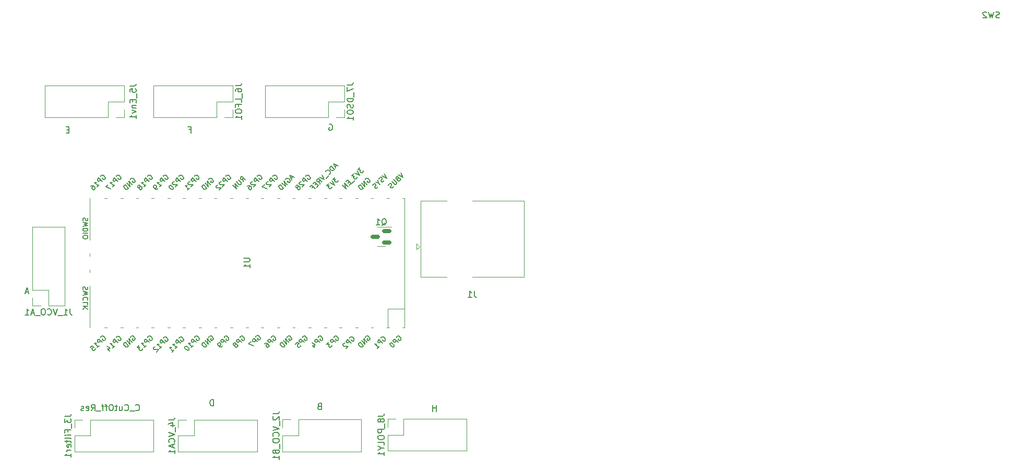
<source format=gbo>
G04 #@! TF.GenerationSoftware,KiCad,Pcbnew,7.0.7*
G04 #@! TF.CreationDate,2024-03-19T17:37:58+01:00*
G04 #@! TF.ProjectId,Main_board,4d61696e-5f62-46f6-9172-642e6b696361,rev?*
G04 #@! TF.SameCoordinates,Original*
G04 #@! TF.FileFunction,Legend,Bot*
G04 #@! TF.FilePolarity,Positive*
%FSLAX46Y46*%
G04 Gerber Fmt 4.6, Leading zero omitted, Abs format (unit mm)*
G04 Created by KiCad (PCBNEW 7.0.7) date 2024-03-19 17:37:58*
%MOMM*%
%LPD*%
G01*
G04 APERTURE LIST*
G04 Aperture macros list*
%AMRoundRect*
0 Rectangle with rounded corners*
0 $1 Rounding radius*
0 $2 $3 $4 $5 $6 $7 $8 $9 X,Y pos of 4 corners*
0 Add a 4 corners polygon primitive as box body*
4,1,4,$2,$3,$4,$5,$6,$7,$8,$9,$2,$3,0*
0 Add four circle primitives for the rounded corners*
1,1,$1+$1,$2,$3*
1,1,$1+$1,$4,$5*
1,1,$1+$1,$6,$7*
1,1,$1+$1,$8,$9*
0 Add four rect primitives between the rounded corners*
20,1,$1+$1,$2,$3,$4,$5,0*
20,1,$1+$1,$4,$5,$6,$7,0*
20,1,$1+$1,$6,$7,$8,$9,0*
20,1,$1+$1,$8,$9,$2,$3,0*%
G04 Aperture macros list end*
%ADD10C,0.150000*%
%ADD11C,0.120000*%
%ADD12R,1.524000X1.524000*%
%ADD13C,1.524000*%
%ADD14R,3.500000X1.700000*%
%ADD15O,1.700000X1.700000*%
%ADD16R,1.700000X1.700000*%
%ADD17R,1.700000X3.500000*%
%ADD18O,1.600000X2.000000*%
%ADD19RoundRect,0.150000X0.587500X0.150000X-0.587500X0.150000X-0.587500X-0.150000X0.587500X-0.150000X0*%
%ADD20C,3.500000*%
%ADD21C,1.700000*%
%ADD22R,2.000000X2.000000*%
%ADD23C,2.000000*%
%ADD24R,2.000000X3.200000*%
G04 APERTURE END LIST*
D10*
X72075439Y-163668104D02*
X71599249Y-163668104D01*
X72170677Y-163953819D02*
X71837344Y-162953819D01*
X71837344Y-162953819D02*
X71504011Y-163953819D01*
X78682620Y-137344209D02*
X78349287Y-137344209D01*
X78206430Y-137868019D02*
X78682620Y-137868019D01*
X78682620Y-137868019D02*
X78682620Y-136868019D01*
X78682620Y-136868019D02*
X78206430Y-136868019D01*
X98085087Y-137318809D02*
X98418420Y-137318809D01*
X98418420Y-137842619D02*
X98418420Y-136842619D01*
X98418420Y-136842619D02*
X97942230Y-136842619D01*
X120856211Y-136483838D02*
X120951449Y-136436219D01*
X120951449Y-136436219D02*
X121094306Y-136436219D01*
X121094306Y-136436219D02*
X121237163Y-136483838D01*
X121237163Y-136483838D02*
X121332401Y-136579076D01*
X121332401Y-136579076D02*
X121380020Y-136674314D01*
X121380020Y-136674314D02*
X121427639Y-136864790D01*
X121427639Y-136864790D02*
X121427639Y-137007647D01*
X121427639Y-137007647D02*
X121380020Y-137198123D01*
X121380020Y-137198123D02*
X121332401Y-137293361D01*
X121332401Y-137293361D02*
X121237163Y-137388600D01*
X121237163Y-137388600D02*
X121094306Y-137436219D01*
X121094306Y-137436219D02*
X120999068Y-137436219D01*
X120999068Y-137436219D02*
X120856211Y-137388600D01*
X120856211Y-137388600D02*
X120808592Y-137340980D01*
X120808592Y-137340980D02*
X120808592Y-137007647D01*
X120808592Y-137007647D02*
X120999068Y-137007647D01*
X138245620Y-183054619D02*
X138245620Y-182054619D01*
X138245620Y-182530809D02*
X137674192Y-182530809D01*
X137674192Y-183054619D02*
X137674192Y-182054619D01*
X119268687Y-182226009D02*
X119125830Y-182273628D01*
X119125830Y-182273628D02*
X119078211Y-182321247D01*
X119078211Y-182321247D02*
X119030592Y-182416485D01*
X119030592Y-182416485D02*
X119030592Y-182559342D01*
X119030592Y-182559342D02*
X119078211Y-182654580D01*
X119078211Y-182654580D02*
X119125830Y-182702200D01*
X119125830Y-182702200D02*
X119221068Y-182749819D01*
X119221068Y-182749819D02*
X119602020Y-182749819D01*
X119602020Y-182749819D02*
X119602020Y-181749819D01*
X119602020Y-181749819D02*
X119268687Y-181749819D01*
X119268687Y-181749819D02*
X119173449Y-181797438D01*
X119173449Y-181797438D02*
X119125830Y-181845057D01*
X119125830Y-181845057D02*
X119078211Y-181940295D01*
X119078211Y-181940295D02*
X119078211Y-182035533D01*
X119078211Y-182035533D02*
X119125830Y-182130771D01*
X119125830Y-182130771D02*
X119173449Y-182178390D01*
X119173449Y-182178390D02*
X119268687Y-182226009D01*
X119268687Y-182226009D02*
X119602020Y-182226009D01*
X102076020Y-182165619D02*
X102076020Y-181165619D01*
X102076020Y-181165619D02*
X101837925Y-181165619D01*
X101837925Y-181165619D02*
X101695068Y-181213238D01*
X101695068Y-181213238D02*
X101599830Y-181308476D01*
X101599830Y-181308476D02*
X101552211Y-181403714D01*
X101552211Y-181403714D02*
X101504592Y-181594190D01*
X101504592Y-181594190D02*
X101504592Y-181737047D01*
X101504592Y-181737047D02*
X101552211Y-181927523D01*
X101552211Y-181927523D02*
X101599830Y-182022761D01*
X101599830Y-182022761D02*
X101695068Y-182118000D01*
X101695068Y-182118000D02*
X101837925Y-182165619D01*
X101837925Y-182165619D02*
X102076020Y-182165619D01*
X89464992Y-182857780D02*
X89512611Y-182905400D01*
X89512611Y-182905400D02*
X89655468Y-182953019D01*
X89655468Y-182953019D02*
X89750706Y-182953019D01*
X89750706Y-182953019D02*
X89893563Y-182905400D01*
X89893563Y-182905400D02*
X89988801Y-182810161D01*
X89988801Y-182810161D02*
X90036420Y-182714923D01*
X90036420Y-182714923D02*
X90084039Y-182524447D01*
X90084039Y-182524447D02*
X90084039Y-182381590D01*
X90084039Y-182381590D02*
X90036420Y-182191114D01*
X90036420Y-182191114D02*
X89988801Y-182095876D01*
X89988801Y-182095876D02*
X89893563Y-182000638D01*
X89893563Y-182000638D02*
X89750706Y-181953019D01*
X89750706Y-181953019D02*
X89655468Y-181953019D01*
X89655468Y-181953019D02*
X89512611Y-182000638D01*
X89512611Y-182000638D02*
X89464992Y-182048257D01*
X89274516Y-183048257D02*
X88512611Y-183048257D01*
X87703087Y-182857780D02*
X87750706Y-182905400D01*
X87750706Y-182905400D02*
X87893563Y-182953019D01*
X87893563Y-182953019D02*
X87988801Y-182953019D01*
X87988801Y-182953019D02*
X88131658Y-182905400D01*
X88131658Y-182905400D02*
X88226896Y-182810161D01*
X88226896Y-182810161D02*
X88274515Y-182714923D01*
X88274515Y-182714923D02*
X88322134Y-182524447D01*
X88322134Y-182524447D02*
X88322134Y-182381590D01*
X88322134Y-182381590D02*
X88274515Y-182191114D01*
X88274515Y-182191114D02*
X88226896Y-182095876D01*
X88226896Y-182095876D02*
X88131658Y-182000638D01*
X88131658Y-182000638D02*
X87988801Y-181953019D01*
X87988801Y-181953019D02*
X87893563Y-181953019D01*
X87893563Y-181953019D02*
X87750706Y-182000638D01*
X87750706Y-182000638D02*
X87703087Y-182048257D01*
X86845944Y-182286352D02*
X86845944Y-182953019D01*
X87274515Y-182286352D02*
X87274515Y-182810161D01*
X87274515Y-182810161D02*
X87226896Y-182905400D01*
X87226896Y-182905400D02*
X87131658Y-182953019D01*
X87131658Y-182953019D02*
X86988801Y-182953019D01*
X86988801Y-182953019D02*
X86893563Y-182905400D01*
X86893563Y-182905400D02*
X86845944Y-182857780D01*
X86512610Y-182286352D02*
X86131658Y-182286352D01*
X86369753Y-181953019D02*
X86369753Y-182810161D01*
X86369753Y-182810161D02*
X86322134Y-182905400D01*
X86322134Y-182905400D02*
X86226896Y-182953019D01*
X86226896Y-182953019D02*
X86131658Y-182953019D01*
X85607848Y-181953019D02*
X85417372Y-181953019D01*
X85417372Y-181953019D02*
X85322134Y-182000638D01*
X85322134Y-182000638D02*
X85226896Y-182095876D01*
X85226896Y-182095876D02*
X85179277Y-182286352D01*
X85179277Y-182286352D02*
X85179277Y-182619685D01*
X85179277Y-182619685D02*
X85226896Y-182810161D01*
X85226896Y-182810161D02*
X85322134Y-182905400D01*
X85322134Y-182905400D02*
X85417372Y-182953019D01*
X85417372Y-182953019D02*
X85607848Y-182953019D01*
X85607848Y-182953019D02*
X85703086Y-182905400D01*
X85703086Y-182905400D02*
X85798324Y-182810161D01*
X85798324Y-182810161D02*
X85845943Y-182619685D01*
X85845943Y-182619685D02*
X85845943Y-182286352D01*
X85845943Y-182286352D02*
X85798324Y-182095876D01*
X85798324Y-182095876D02*
X85703086Y-182000638D01*
X85703086Y-182000638D02*
X85607848Y-181953019D01*
X84893562Y-182286352D02*
X84512610Y-182286352D01*
X84750705Y-182953019D02*
X84750705Y-182095876D01*
X84750705Y-182095876D02*
X84703086Y-182000638D01*
X84703086Y-182000638D02*
X84607848Y-181953019D01*
X84607848Y-181953019D02*
X84512610Y-181953019D01*
X84322133Y-182286352D02*
X83941181Y-182286352D01*
X84179276Y-182953019D02*
X84179276Y-182095876D01*
X84179276Y-182095876D02*
X84131657Y-182000638D01*
X84131657Y-182000638D02*
X84036419Y-181953019D01*
X84036419Y-181953019D02*
X83941181Y-181953019D01*
X83845943Y-183048257D02*
X83084038Y-183048257D01*
X82274514Y-182953019D02*
X82607847Y-182476828D01*
X82845942Y-182953019D02*
X82845942Y-181953019D01*
X82845942Y-181953019D02*
X82464990Y-181953019D01*
X82464990Y-181953019D02*
X82369752Y-182000638D01*
X82369752Y-182000638D02*
X82322133Y-182048257D01*
X82322133Y-182048257D02*
X82274514Y-182143495D01*
X82274514Y-182143495D02*
X82274514Y-182286352D01*
X82274514Y-182286352D02*
X82322133Y-182381590D01*
X82322133Y-182381590D02*
X82369752Y-182429209D01*
X82369752Y-182429209D02*
X82464990Y-182476828D01*
X82464990Y-182476828D02*
X82845942Y-182476828D01*
X81464990Y-182905400D02*
X81560228Y-182953019D01*
X81560228Y-182953019D02*
X81750704Y-182953019D01*
X81750704Y-182953019D02*
X81845942Y-182905400D01*
X81845942Y-182905400D02*
X81893561Y-182810161D01*
X81893561Y-182810161D02*
X81893561Y-182429209D01*
X81893561Y-182429209D02*
X81845942Y-182333971D01*
X81845942Y-182333971D02*
X81750704Y-182286352D01*
X81750704Y-182286352D02*
X81560228Y-182286352D01*
X81560228Y-182286352D02*
X81464990Y-182333971D01*
X81464990Y-182333971D02*
X81417371Y-182429209D01*
X81417371Y-182429209D02*
X81417371Y-182524447D01*
X81417371Y-182524447D02*
X81893561Y-182619685D01*
X81036418Y-182905400D02*
X80941180Y-182953019D01*
X80941180Y-182953019D02*
X80750704Y-182953019D01*
X80750704Y-182953019D02*
X80655466Y-182905400D01*
X80655466Y-182905400D02*
X80607847Y-182810161D01*
X80607847Y-182810161D02*
X80607847Y-182762542D01*
X80607847Y-182762542D02*
X80655466Y-182667304D01*
X80655466Y-182667304D02*
X80750704Y-182619685D01*
X80750704Y-182619685D02*
X80893561Y-182619685D01*
X80893561Y-182619685D02*
X80988799Y-182572066D01*
X80988799Y-182572066D02*
X81036418Y-182476828D01*
X81036418Y-182476828D02*
X81036418Y-182429209D01*
X81036418Y-182429209D02*
X80988799Y-182333971D01*
X80988799Y-182333971D02*
X80893561Y-182286352D01*
X80893561Y-182286352D02*
X80750704Y-182286352D01*
X80750704Y-182286352D02*
X80655466Y-182333971D01*
X107001419Y-158191295D02*
X107810942Y-158191295D01*
X107810942Y-158191295D02*
X107906180Y-158238914D01*
X107906180Y-158238914D02*
X107953800Y-158286533D01*
X107953800Y-158286533D02*
X108001419Y-158381771D01*
X108001419Y-158381771D02*
X108001419Y-158572247D01*
X108001419Y-158572247D02*
X107953800Y-158667485D01*
X107953800Y-158667485D02*
X107906180Y-158715104D01*
X107906180Y-158715104D02*
X107810942Y-158762723D01*
X107810942Y-158762723D02*
X107001419Y-158762723D01*
X108001419Y-159762723D02*
X108001419Y-159191295D01*
X108001419Y-159477009D02*
X107001419Y-159477009D01*
X107001419Y-159477009D02*
X107144276Y-159381771D01*
X107144276Y-159381771D02*
X107239514Y-159286533D01*
X107239514Y-159286533D02*
X107287133Y-159191295D01*
X111737468Y-144943198D02*
X111764405Y-144862385D01*
X111764405Y-144862385D02*
X111845218Y-144781573D01*
X111845218Y-144781573D02*
X111952967Y-144727698D01*
X111952967Y-144727698D02*
X112060717Y-144727698D01*
X112060717Y-144727698D02*
X112141529Y-144754636D01*
X112141529Y-144754636D02*
X112276216Y-144835448D01*
X112276216Y-144835448D02*
X112357028Y-144916260D01*
X112357028Y-144916260D02*
X112437841Y-145050947D01*
X112437841Y-145050947D02*
X112464778Y-145131760D01*
X112464778Y-145131760D02*
X112464778Y-145239509D01*
X112464778Y-145239509D02*
X112410903Y-145347259D01*
X112410903Y-145347259D02*
X112357028Y-145401134D01*
X112357028Y-145401134D02*
X112249279Y-145455008D01*
X112249279Y-145455008D02*
X112195404Y-145455008D01*
X112195404Y-145455008D02*
X112006842Y-145266447D01*
X112006842Y-145266447D02*
X112114592Y-145158697D01*
X112006842Y-145751320D02*
X111441157Y-145185634D01*
X111441157Y-145185634D02*
X111225657Y-145401134D01*
X111225657Y-145401134D02*
X111198720Y-145481946D01*
X111198720Y-145481946D02*
X111198720Y-145535821D01*
X111198720Y-145535821D02*
X111225657Y-145616633D01*
X111225657Y-145616633D02*
X111306470Y-145697445D01*
X111306470Y-145697445D02*
X111387282Y-145724382D01*
X111387282Y-145724382D02*
X111441157Y-145724382D01*
X111441157Y-145724382D02*
X111521969Y-145697445D01*
X111521969Y-145697445D02*
X111737468Y-145481946D01*
X110956283Y-145778257D02*
X110902409Y-145778257D01*
X110902409Y-145778257D02*
X110821596Y-145805195D01*
X110821596Y-145805195D02*
X110686909Y-145939882D01*
X110686909Y-145939882D02*
X110659972Y-146020694D01*
X110659972Y-146020694D02*
X110659972Y-146074569D01*
X110659972Y-146074569D02*
X110686909Y-146155381D01*
X110686909Y-146155381D02*
X110740784Y-146209256D01*
X110740784Y-146209256D02*
X110848534Y-146263130D01*
X110848534Y-146263130D02*
X111495031Y-146263130D01*
X111495031Y-146263130D02*
X111144845Y-146613317D01*
X110390598Y-146236193D02*
X110013474Y-146613317D01*
X110013474Y-146613317D02*
X110821596Y-146936566D01*
X106950310Y-145791851D02*
X106869498Y-145333916D01*
X107273559Y-145468603D02*
X106707874Y-144902917D01*
X106707874Y-144902917D02*
X106492375Y-145118416D01*
X106492375Y-145118416D02*
X106465437Y-145199229D01*
X106465437Y-145199229D02*
X106465437Y-145253103D01*
X106465437Y-145253103D02*
X106492375Y-145333916D01*
X106492375Y-145333916D02*
X106573187Y-145414728D01*
X106573187Y-145414728D02*
X106653999Y-145441665D01*
X106653999Y-145441665D02*
X106707874Y-145441665D01*
X106707874Y-145441665D02*
X106788686Y-145414728D01*
X106788686Y-145414728D02*
X107004185Y-145199229D01*
X106142188Y-145468603D02*
X106600124Y-145926538D01*
X106600124Y-145926538D02*
X106627062Y-146007351D01*
X106627062Y-146007351D02*
X106627062Y-146061225D01*
X106627062Y-146061225D02*
X106600124Y-146142038D01*
X106600124Y-146142038D02*
X106492375Y-146249787D01*
X106492375Y-146249787D02*
X106411562Y-146276725D01*
X106411562Y-146276725D02*
X106357688Y-146276725D01*
X106357688Y-146276725D02*
X106276875Y-146249787D01*
X106276875Y-146249787D02*
X105818940Y-145791851D01*
X106115251Y-146626911D02*
X105549566Y-146061225D01*
X105549566Y-146061225D02*
X105792002Y-146950159D01*
X105792002Y-146950159D02*
X105226317Y-146384474D01*
X99047468Y-171051198D02*
X99074405Y-170970385D01*
X99074405Y-170970385D02*
X99155218Y-170889573D01*
X99155218Y-170889573D02*
X99262967Y-170835698D01*
X99262967Y-170835698D02*
X99370717Y-170835698D01*
X99370717Y-170835698D02*
X99451529Y-170862636D01*
X99451529Y-170862636D02*
X99586216Y-170943448D01*
X99586216Y-170943448D02*
X99667028Y-171024260D01*
X99667028Y-171024260D02*
X99747841Y-171158947D01*
X99747841Y-171158947D02*
X99774778Y-171239760D01*
X99774778Y-171239760D02*
X99774778Y-171347509D01*
X99774778Y-171347509D02*
X99720903Y-171455259D01*
X99720903Y-171455259D02*
X99667028Y-171509134D01*
X99667028Y-171509134D02*
X99559279Y-171563008D01*
X99559279Y-171563008D02*
X99505404Y-171563008D01*
X99505404Y-171563008D02*
X99316842Y-171374447D01*
X99316842Y-171374447D02*
X99424592Y-171266697D01*
X99316842Y-171859320D02*
X98751157Y-171293634D01*
X98751157Y-171293634D02*
X98535657Y-171509134D01*
X98535657Y-171509134D02*
X98508720Y-171589946D01*
X98508720Y-171589946D02*
X98508720Y-171643821D01*
X98508720Y-171643821D02*
X98535657Y-171724633D01*
X98535657Y-171724633D02*
X98616470Y-171805445D01*
X98616470Y-171805445D02*
X98697282Y-171832382D01*
X98697282Y-171832382D02*
X98751157Y-171832382D01*
X98751157Y-171832382D02*
X98831969Y-171805445D01*
X98831969Y-171805445D02*
X99047468Y-171589946D01*
X98454845Y-172721317D02*
X98778094Y-172398068D01*
X98616470Y-172559692D02*
X98050784Y-171994007D01*
X98050784Y-171994007D02*
X98185471Y-172020944D01*
X98185471Y-172020944D02*
X98293221Y-172020944D01*
X98293221Y-172020944D02*
X98374033Y-171994007D01*
X97538973Y-172505818D02*
X97485099Y-172559692D01*
X97485099Y-172559692D02*
X97458161Y-172640505D01*
X97458161Y-172640505D02*
X97458161Y-172694379D01*
X97458161Y-172694379D02*
X97485099Y-172775192D01*
X97485099Y-172775192D02*
X97565911Y-172909879D01*
X97565911Y-172909879D02*
X97700598Y-173044566D01*
X97700598Y-173044566D02*
X97835285Y-173125378D01*
X97835285Y-173125378D02*
X97916097Y-173152315D01*
X97916097Y-173152315D02*
X97969972Y-173152315D01*
X97969972Y-173152315D02*
X98050784Y-173125378D01*
X98050784Y-173125378D02*
X98104659Y-173071503D01*
X98104659Y-173071503D02*
X98131596Y-172990691D01*
X98131596Y-172990691D02*
X98131596Y-172936816D01*
X98131596Y-172936816D02*
X98104659Y-172856004D01*
X98104659Y-172856004D02*
X98023847Y-172721317D01*
X98023847Y-172721317D02*
X97889160Y-172586630D01*
X97889160Y-172586630D02*
X97754473Y-172505818D01*
X97754473Y-172505818D02*
X97673660Y-172478880D01*
X97673660Y-172478880D02*
X97619786Y-172478880D01*
X97619786Y-172478880D02*
X97538973Y-172505818D01*
X129268094Y-171166572D02*
X129295031Y-171085760D01*
X129295031Y-171085760D02*
X129375843Y-171004948D01*
X129375843Y-171004948D02*
X129483593Y-170951073D01*
X129483593Y-170951073D02*
X129591342Y-170951073D01*
X129591342Y-170951073D02*
X129672155Y-170978010D01*
X129672155Y-170978010D02*
X129806842Y-171058823D01*
X129806842Y-171058823D02*
X129887654Y-171139635D01*
X129887654Y-171139635D02*
X129968466Y-171274322D01*
X129968466Y-171274322D02*
X129995403Y-171355134D01*
X129995403Y-171355134D02*
X129995403Y-171462884D01*
X129995403Y-171462884D02*
X129941529Y-171570633D01*
X129941529Y-171570633D02*
X129887654Y-171624508D01*
X129887654Y-171624508D02*
X129779904Y-171678383D01*
X129779904Y-171678383D02*
X129726029Y-171678383D01*
X129726029Y-171678383D02*
X129537468Y-171489821D01*
X129537468Y-171489821D02*
X129645217Y-171382071D01*
X129537468Y-171974694D02*
X128971782Y-171409009D01*
X128971782Y-171409009D02*
X128756283Y-171624508D01*
X128756283Y-171624508D02*
X128729346Y-171705320D01*
X128729346Y-171705320D02*
X128729346Y-171759195D01*
X128729346Y-171759195D02*
X128756283Y-171840007D01*
X128756283Y-171840007D02*
X128837095Y-171920819D01*
X128837095Y-171920819D02*
X128917907Y-171947757D01*
X128917907Y-171947757D02*
X128971782Y-171947757D01*
X128971782Y-171947757D02*
X129052594Y-171920819D01*
X129052594Y-171920819D02*
X129268094Y-171705320D01*
X128675471Y-172836691D02*
X128998720Y-172513442D01*
X128837095Y-172675067D02*
X128271410Y-172109381D01*
X128271410Y-172109381D02*
X128406097Y-172136319D01*
X128406097Y-172136319D02*
X128513846Y-172136319D01*
X128513846Y-172136319D02*
X128594659Y-172109381D01*
X93967468Y-171197198D02*
X93994405Y-171116385D01*
X93994405Y-171116385D02*
X94075218Y-171035573D01*
X94075218Y-171035573D02*
X94182967Y-170981698D01*
X94182967Y-170981698D02*
X94290717Y-170981698D01*
X94290717Y-170981698D02*
X94371529Y-171008636D01*
X94371529Y-171008636D02*
X94506216Y-171089448D01*
X94506216Y-171089448D02*
X94587028Y-171170260D01*
X94587028Y-171170260D02*
X94667841Y-171304947D01*
X94667841Y-171304947D02*
X94694778Y-171385760D01*
X94694778Y-171385760D02*
X94694778Y-171493509D01*
X94694778Y-171493509D02*
X94640903Y-171601259D01*
X94640903Y-171601259D02*
X94587028Y-171655134D01*
X94587028Y-171655134D02*
X94479279Y-171709008D01*
X94479279Y-171709008D02*
X94425404Y-171709008D01*
X94425404Y-171709008D02*
X94236842Y-171520447D01*
X94236842Y-171520447D02*
X94344592Y-171412697D01*
X94236842Y-172005320D02*
X93671157Y-171439634D01*
X93671157Y-171439634D02*
X93455657Y-171655134D01*
X93455657Y-171655134D02*
X93428720Y-171735946D01*
X93428720Y-171735946D02*
X93428720Y-171789821D01*
X93428720Y-171789821D02*
X93455657Y-171870633D01*
X93455657Y-171870633D02*
X93536470Y-171951445D01*
X93536470Y-171951445D02*
X93617282Y-171978382D01*
X93617282Y-171978382D02*
X93671157Y-171978382D01*
X93671157Y-171978382D02*
X93751969Y-171951445D01*
X93751969Y-171951445D02*
X93967468Y-171735946D01*
X93374845Y-172867317D02*
X93698094Y-172544068D01*
X93536470Y-172705692D02*
X92970784Y-172140007D01*
X92970784Y-172140007D02*
X93105471Y-172166944D01*
X93105471Y-172166944D02*
X93213221Y-172166944D01*
X93213221Y-172166944D02*
X93294033Y-172140007D01*
X92647535Y-172571005D02*
X92593660Y-172571005D01*
X92593660Y-172571005D02*
X92512848Y-172597943D01*
X92512848Y-172597943D02*
X92378161Y-172732630D01*
X92378161Y-172732630D02*
X92351224Y-172813442D01*
X92351224Y-172813442D02*
X92351224Y-172867317D01*
X92351224Y-172867317D02*
X92378161Y-172948129D01*
X92378161Y-172948129D02*
X92432036Y-173002004D01*
X92432036Y-173002004D02*
X92539786Y-173055879D01*
X92539786Y-173055879D02*
X93186283Y-173055879D01*
X93186283Y-173055879D02*
X92836097Y-173406065D01*
X129796842Y-144473949D02*
X130173966Y-145228196D01*
X130173966Y-145228196D02*
X129419718Y-144851073D01*
X129796842Y-145551445D02*
X129742967Y-145659195D01*
X129742967Y-145659195D02*
X129608280Y-145793882D01*
X129608280Y-145793882D02*
X129527468Y-145820819D01*
X129527468Y-145820819D02*
X129473593Y-145820819D01*
X129473593Y-145820819D02*
X129392781Y-145793882D01*
X129392781Y-145793882D02*
X129338906Y-145740007D01*
X129338906Y-145740007D02*
X129311969Y-145659195D01*
X129311969Y-145659195D02*
X129311969Y-145605320D01*
X129311969Y-145605320D02*
X129338906Y-145524508D01*
X129338906Y-145524508D02*
X129419718Y-145389821D01*
X129419718Y-145389821D02*
X129446656Y-145309008D01*
X129446656Y-145309008D02*
X129446656Y-145255134D01*
X129446656Y-145255134D02*
X129419718Y-145174321D01*
X129419718Y-145174321D02*
X129365844Y-145120447D01*
X129365844Y-145120447D02*
X129285031Y-145093509D01*
X129285031Y-145093509D02*
X129231157Y-145093509D01*
X129231157Y-145093509D02*
X129150344Y-145120447D01*
X129150344Y-145120447D02*
X129015657Y-145255134D01*
X129015657Y-145255134D02*
X128961783Y-145362883D01*
X128880970Y-145982444D02*
X129150344Y-146251818D01*
X128773221Y-145497570D02*
X128880970Y-145982444D01*
X128880970Y-145982444D02*
X128396097Y-145874694D01*
X128773221Y-146575066D02*
X128719346Y-146682816D01*
X128719346Y-146682816D02*
X128584659Y-146817503D01*
X128584659Y-146817503D02*
X128503847Y-146844440D01*
X128503847Y-146844440D02*
X128449972Y-146844440D01*
X128449972Y-146844440D02*
X128369160Y-146817503D01*
X128369160Y-146817503D02*
X128315285Y-146763628D01*
X128315285Y-146763628D02*
X128288348Y-146682816D01*
X128288348Y-146682816D02*
X128288348Y-146628941D01*
X128288348Y-146628941D02*
X128315285Y-146548129D01*
X128315285Y-146548129D02*
X128396097Y-146413442D01*
X128396097Y-146413442D02*
X128423035Y-146332630D01*
X128423035Y-146332630D02*
X128423035Y-146278755D01*
X128423035Y-146278755D02*
X128396097Y-146197943D01*
X128396097Y-146197943D02*
X128342222Y-146144068D01*
X128342222Y-146144068D02*
X128261410Y-146117130D01*
X128261410Y-146117130D02*
X128207535Y-146117130D01*
X128207535Y-146117130D02*
X128126723Y-146144068D01*
X128126723Y-146144068D02*
X127992036Y-146278755D01*
X127992036Y-146278755D02*
X127938161Y-146386504D01*
X86347468Y-171097198D02*
X86374405Y-171016385D01*
X86374405Y-171016385D02*
X86455218Y-170935573D01*
X86455218Y-170935573D02*
X86562967Y-170881698D01*
X86562967Y-170881698D02*
X86670717Y-170881698D01*
X86670717Y-170881698D02*
X86751529Y-170908636D01*
X86751529Y-170908636D02*
X86886216Y-170989448D01*
X86886216Y-170989448D02*
X86967028Y-171070260D01*
X86967028Y-171070260D02*
X87047841Y-171204947D01*
X87047841Y-171204947D02*
X87074778Y-171285760D01*
X87074778Y-171285760D02*
X87074778Y-171393509D01*
X87074778Y-171393509D02*
X87020903Y-171501259D01*
X87020903Y-171501259D02*
X86967028Y-171555134D01*
X86967028Y-171555134D02*
X86859279Y-171609008D01*
X86859279Y-171609008D02*
X86805404Y-171609008D01*
X86805404Y-171609008D02*
X86616842Y-171420447D01*
X86616842Y-171420447D02*
X86724592Y-171312697D01*
X86616842Y-171905320D02*
X86051157Y-171339634D01*
X86051157Y-171339634D02*
X85835657Y-171555134D01*
X85835657Y-171555134D02*
X85808720Y-171635946D01*
X85808720Y-171635946D02*
X85808720Y-171689821D01*
X85808720Y-171689821D02*
X85835657Y-171770633D01*
X85835657Y-171770633D02*
X85916470Y-171851445D01*
X85916470Y-171851445D02*
X85997282Y-171878382D01*
X85997282Y-171878382D02*
X86051157Y-171878382D01*
X86051157Y-171878382D02*
X86131969Y-171851445D01*
X86131969Y-171851445D02*
X86347468Y-171635946D01*
X85754845Y-172767317D02*
X86078094Y-172444068D01*
X85916470Y-172605692D02*
X85350784Y-172040007D01*
X85350784Y-172040007D02*
X85485471Y-172066944D01*
X85485471Y-172066944D02*
X85593221Y-172066944D01*
X85593221Y-172066944D02*
X85674033Y-172040007D01*
X84892848Y-172875066D02*
X85269972Y-173252190D01*
X84812036Y-172524880D02*
X85350784Y-172794254D01*
X85350784Y-172794254D02*
X85000598Y-173144440D01*
X101345031Y-171039635D02*
X101371968Y-170958823D01*
X101371968Y-170958823D02*
X101452780Y-170878011D01*
X101452780Y-170878011D02*
X101560530Y-170824136D01*
X101560530Y-170824136D02*
X101668280Y-170824136D01*
X101668280Y-170824136D02*
X101749092Y-170851073D01*
X101749092Y-170851073D02*
X101883779Y-170931885D01*
X101883779Y-170931885D02*
X101964591Y-171012698D01*
X101964591Y-171012698D02*
X102045403Y-171147385D01*
X102045403Y-171147385D02*
X102072341Y-171228197D01*
X102072341Y-171228197D02*
X102072341Y-171335946D01*
X102072341Y-171335946D02*
X102018466Y-171443696D01*
X102018466Y-171443696D02*
X101964591Y-171497571D01*
X101964591Y-171497571D02*
X101856841Y-171551446D01*
X101856841Y-171551446D02*
X101802967Y-171551446D01*
X101802967Y-171551446D02*
X101614405Y-171362884D01*
X101614405Y-171362884D02*
X101722154Y-171255134D01*
X101614405Y-171847757D02*
X101048719Y-171282072D01*
X101048719Y-171282072D02*
X101291156Y-172171006D01*
X101291156Y-172171006D02*
X100725471Y-171605320D01*
X101021782Y-172440380D02*
X100456097Y-171874694D01*
X100456097Y-171874694D02*
X100321410Y-172009381D01*
X100321410Y-172009381D02*
X100267535Y-172117131D01*
X100267535Y-172117131D02*
X100267535Y-172224880D01*
X100267535Y-172224880D02*
X100294472Y-172305693D01*
X100294472Y-172305693D02*
X100375285Y-172440380D01*
X100375285Y-172440380D02*
X100456097Y-172521192D01*
X100456097Y-172521192D02*
X100590784Y-172602004D01*
X100590784Y-172602004D02*
X100671596Y-172628941D01*
X100671596Y-172628941D02*
X100779346Y-172628941D01*
X100779346Y-172628941D02*
X100887095Y-172575067D01*
X100887095Y-172575067D02*
X101021782Y-172440380D01*
X104127468Y-144943198D02*
X104154405Y-144862385D01*
X104154405Y-144862385D02*
X104235218Y-144781573D01*
X104235218Y-144781573D02*
X104342967Y-144727698D01*
X104342967Y-144727698D02*
X104450717Y-144727698D01*
X104450717Y-144727698D02*
X104531529Y-144754636D01*
X104531529Y-144754636D02*
X104666216Y-144835448D01*
X104666216Y-144835448D02*
X104747028Y-144916260D01*
X104747028Y-144916260D02*
X104827841Y-145050947D01*
X104827841Y-145050947D02*
X104854778Y-145131760D01*
X104854778Y-145131760D02*
X104854778Y-145239509D01*
X104854778Y-145239509D02*
X104800903Y-145347259D01*
X104800903Y-145347259D02*
X104747028Y-145401134D01*
X104747028Y-145401134D02*
X104639279Y-145455008D01*
X104639279Y-145455008D02*
X104585404Y-145455008D01*
X104585404Y-145455008D02*
X104396842Y-145266447D01*
X104396842Y-145266447D02*
X104504592Y-145158697D01*
X104396842Y-145751320D02*
X103831157Y-145185634D01*
X103831157Y-145185634D02*
X103615657Y-145401134D01*
X103615657Y-145401134D02*
X103588720Y-145481946D01*
X103588720Y-145481946D02*
X103588720Y-145535821D01*
X103588720Y-145535821D02*
X103615657Y-145616633D01*
X103615657Y-145616633D02*
X103696470Y-145697445D01*
X103696470Y-145697445D02*
X103777282Y-145724382D01*
X103777282Y-145724382D02*
X103831157Y-145724382D01*
X103831157Y-145724382D02*
X103911969Y-145697445D01*
X103911969Y-145697445D02*
X104127468Y-145481946D01*
X103346283Y-145778257D02*
X103292409Y-145778257D01*
X103292409Y-145778257D02*
X103211596Y-145805195D01*
X103211596Y-145805195D02*
X103076909Y-145939882D01*
X103076909Y-145939882D02*
X103049972Y-146020694D01*
X103049972Y-146020694D02*
X103049972Y-146074569D01*
X103049972Y-146074569D02*
X103076909Y-146155381D01*
X103076909Y-146155381D02*
X103130784Y-146209256D01*
X103130784Y-146209256D02*
X103238534Y-146263130D01*
X103238534Y-146263130D02*
X103885031Y-146263130D01*
X103885031Y-146263130D02*
X103534845Y-146613317D01*
X102807535Y-146317005D02*
X102753660Y-146317005D01*
X102753660Y-146317005D02*
X102672848Y-146343943D01*
X102672848Y-146343943D02*
X102538161Y-146478630D01*
X102538161Y-146478630D02*
X102511224Y-146559442D01*
X102511224Y-146559442D02*
X102511224Y-146613317D01*
X102511224Y-146613317D02*
X102538161Y-146694129D01*
X102538161Y-146694129D02*
X102592036Y-146748004D01*
X102592036Y-146748004D02*
X102699786Y-146801879D01*
X102699786Y-146801879D02*
X103346283Y-146801879D01*
X103346283Y-146801879D02*
X102996097Y-147152065D01*
X99037468Y-144943198D02*
X99064405Y-144862385D01*
X99064405Y-144862385D02*
X99145218Y-144781573D01*
X99145218Y-144781573D02*
X99252967Y-144727698D01*
X99252967Y-144727698D02*
X99360717Y-144727698D01*
X99360717Y-144727698D02*
X99441529Y-144754636D01*
X99441529Y-144754636D02*
X99576216Y-144835448D01*
X99576216Y-144835448D02*
X99657028Y-144916260D01*
X99657028Y-144916260D02*
X99737841Y-145050947D01*
X99737841Y-145050947D02*
X99764778Y-145131760D01*
X99764778Y-145131760D02*
X99764778Y-145239509D01*
X99764778Y-145239509D02*
X99710903Y-145347259D01*
X99710903Y-145347259D02*
X99657028Y-145401134D01*
X99657028Y-145401134D02*
X99549279Y-145455008D01*
X99549279Y-145455008D02*
X99495404Y-145455008D01*
X99495404Y-145455008D02*
X99306842Y-145266447D01*
X99306842Y-145266447D02*
X99414592Y-145158697D01*
X99306842Y-145751320D02*
X98741157Y-145185634D01*
X98741157Y-145185634D02*
X98525657Y-145401134D01*
X98525657Y-145401134D02*
X98498720Y-145481946D01*
X98498720Y-145481946D02*
X98498720Y-145535821D01*
X98498720Y-145535821D02*
X98525657Y-145616633D01*
X98525657Y-145616633D02*
X98606470Y-145697445D01*
X98606470Y-145697445D02*
X98687282Y-145724382D01*
X98687282Y-145724382D02*
X98741157Y-145724382D01*
X98741157Y-145724382D02*
X98821969Y-145697445D01*
X98821969Y-145697445D02*
X99037468Y-145481946D01*
X98256283Y-145778257D02*
X98202409Y-145778257D01*
X98202409Y-145778257D02*
X98121596Y-145805195D01*
X98121596Y-145805195D02*
X97986909Y-145939882D01*
X97986909Y-145939882D02*
X97959972Y-146020694D01*
X97959972Y-146020694D02*
X97959972Y-146074569D01*
X97959972Y-146074569D02*
X97986909Y-146155381D01*
X97986909Y-146155381D02*
X98040784Y-146209256D01*
X98040784Y-146209256D02*
X98148534Y-146263130D01*
X98148534Y-146263130D02*
X98795031Y-146263130D01*
X98795031Y-146263130D02*
X98444845Y-146613317D01*
X97906097Y-147152065D02*
X98229346Y-146828816D01*
X98067721Y-146990440D02*
X97502036Y-146424755D01*
X97502036Y-146424755D02*
X97636723Y-146451692D01*
X97636723Y-146451692D02*
X97744473Y-146451692D01*
X97744473Y-146451692D02*
X97825285Y-146424755D01*
X111478094Y-171066572D02*
X111505031Y-170985760D01*
X111505031Y-170985760D02*
X111585843Y-170904948D01*
X111585843Y-170904948D02*
X111693593Y-170851073D01*
X111693593Y-170851073D02*
X111801342Y-170851073D01*
X111801342Y-170851073D02*
X111882155Y-170878010D01*
X111882155Y-170878010D02*
X112016842Y-170958823D01*
X112016842Y-170958823D02*
X112097654Y-171039635D01*
X112097654Y-171039635D02*
X112178466Y-171174322D01*
X112178466Y-171174322D02*
X112205403Y-171255134D01*
X112205403Y-171255134D02*
X112205403Y-171362884D01*
X112205403Y-171362884D02*
X112151529Y-171470633D01*
X112151529Y-171470633D02*
X112097654Y-171524508D01*
X112097654Y-171524508D02*
X111989904Y-171578383D01*
X111989904Y-171578383D02*
X111936029Y-171578383D01*
X111936029Y-171578383D02*
X111747468Y-171389821D01*
X111747468Y-171389821D02*
X111855217Y-171282071D01*
X111747468Y-171874694D02*
X111181782Y-171309009D01*
X111181782Y-171309009D02*
X110966283Y-171524508D01*
X110966283Y-171524508D02*
X110939346Y-171605320D01*
X110939346Y-171605320D02*
X110939346Y-171659195D01*
X110939346Y-171659195D02*
X110966283Y-171740007D01*
X110966283Y-171740007D02*
X111047095Y-171820819D01*
X111047095Y-171820819D02*
X111127907Y-171847757D01*
X111127907Y-171847757D02*
X111181782Y-171847757D01*
X111181782Y-171847757D02*
X111262594Y-171820819D01*
X111262594Y-171820819D02*
X111478094Y-171605320D01*
X110373660Y-172117131D02*
X110481410Y-172009381D01*
X110481410Y-172009381D02*
X110562222Y-171982444D01*
X110562222Y-171982444D02*
X110616097Y-171982444D01*
X110616097Y-171982444D02*
X110750784Y-172009381D01*
X110750784Y-172009381D02*
X110885471Y-172090193D01*
X110885471Y-172090193D02*
X111100970Y-172305693D01*
X111100970Y-172305693D02*
X111127907Y-172386505D01*
X111127907Y-172386505D02*
X111127907Y-172440380D01*
X111127907Y-172440380D02*
X111100970Y-172521192D01*
X111100970Y-172521192D02*
X110993220Y-172628941D01*
X110993220Y-172628941D02*
X110912408Y-172655879D01*
X110912408Y-172655879D02*
X110858533Y-172655879D01*
X110858533Y-172655879D02*
X110777721Y-172628941D01*
X110777721Y-172628941D02*
X110643034Y-172494254D01*
X110643034Y-172494254D02*
X110616097Y-172413442D01*
X110616097Y-172413442D02*
X110616097Y-172359567D01*
X110616097Y-172359567D02*
X110643034Y-172278755D01*
X110643034Y-172278755D02*
X110750784Y-172171006D01*
X110750784Y-172171006D02*
X110831596Y-172144068D01*
X110831596Y-172144068D02*
X110885471Y-172144068D01*
X110885471Y-172144068D02*
X110966283Y-172171006D01*
X91427468Y-144943198D02*
X91454405Y-144862385D01*
X91454405Y-144862385D02*
X91535218Y-144781573D01*
X91535218Y-144781573D02*
X91642967Y-144727698D01*
X91642967Y-144727698D02*
X91750717Y-144727698D01*
X91750717Y-144727698D02*
X91831529Y-144754636D01*
X91831529Y-144754636D02*
X91966216Y-144835448D01*
X91966216Y-144835448D02*
X92047028Y-144916260D01*
X92047028Y-144916260D02*
X92127841Y-145050947D01*
X92127841Y-145050947D02*
X92154778Y-145131760D01*
X92154778Y-145131760D02*
X92154778Y-145239509D01*
X92154778Y-145239509D02*
X92100903Y-145347259D01*
X92100903Y-145347259D02*
X92047028Y-145401134D01*
X92047028Y-145401134D02*
X91939279Y-145455008D01*
X91939279Y-145455008D02*
X91885404Y-145455008D01*
X91885404Y-145455008D02*
X91696842Y-145266447D01*
X91696842Y-145266447D02*
X91804592Y-145158697D01*
X91696842Y-145751320D02*
X91131157Y-145185634D01*
X91131157Y-145185634D02*
X90915657Y-145401134D01*
X90915657Y-145401134D02*
X90888720Y-145481946D01*
X90888720Y-145481946D02*
X90888720Y-145535821D01*
X90888720Y-145535821D02*
X90915657Y-145616633D01*
X90915657Y-145616633D02*
X90996470Y-145697445D01*
X90996470Y-145697445D02*
X91077282Y-145724382D01*
X91077282Y-145724382D02*
X91131157Y-145724382D01*
X91131157Y-145724382D02*
X91211969Y-145697445D01*
X91211969Y-145697445D02*
X91427468Y-145481946D01*
X90834845Y-146613317D02*
X91158094Y-146290068D01*
X90996470Y-146451692D02*
X90430784Y-145886007D01*
X90430784Y-145886007D02*
X90565471Y-145912944D01*
X90565471Y-145912944D02*
X90673221Y-145912944D01*
X90673221Y-145912944D02*
X90754033Y-145886007D01*
X90188347Y-146613317D02*
X90215285Y-146532505D01*
X90215285Y-146532505D02*
X90215285Y-146478630D01*
X90215285Y-146478630D02*
X90188347Y-146397818D01*
X90188347Y-146397818D02*
X90161410Y-146370880D01*
X90161410Y-146370880D02*
X90080598Y-146343943D01*
X90080598Y-146343943D02*
X90026723Y-146343943D01*
X90026723Y-146343943D02*
X89945911Y-146370880D01*
X89945911Y-146370880D02*
X89838161Y-146478630D01*
X89838161Y-146478630D02*
X89811224Y-146559442D01*
X89811224Y-146559442D02*
X89811224Y-146613317D01*
X89811224Y-146613317D02*
X89838161Y-146694129D01*
X89838161Y-146694129D02*
X89865099Y-146721066D01*
X89865099Y-146721066D02*
X89945911Y-146748004D01*
X89945911Y-146748004D02*
X89999786Y-146748004D01*
X89999786Y-146748004D02*
X90080598Y-146721066D01*
X90080598Y-146721066D02*
X90188347Y-146613317D01*
X90188347Y-146613317D02*
X90269160Y-146586379D01*
X90269160Y-146586379D02*
X90323034Y-146586379D01*
X90323034Y-146586379D02*
X90403847Y-146613317D01*
X90403847Y-146613317D02*
X90511596Y-146721066D01*
X90511596Y-146721066D02*
X90538534Y-146801879D01*
X90538534Y-146801879D02*
X90538534Y-146855753D01*
X90538534Y-146855753D02*
X90511596Y-146936566D01*
X90511596Y-146936566D02*
X90403847Y-147044315D01*
X90403847Y-147044315D02*
X90323034Y-147071253D01*
X90323034Y-147071253D02*
X90269160Y-147071253D01*
X90269160Y-147071253D02*
X90188347Y-147044315D01*
X90188347Y-147044315D02*
X90080598Y-146936566D01*
X90080598Y-146936566D02*
X90053660Y-146855753D01*
X90053660Y-146855753D02*
X90053660Y-146801879D01*
X90053660Y-146801879D02*
X90080598Y-146721066D01*
X124178094Y-171166572D02*
X124205031Y-171085760D01*
X124205031Y-171085760D02*
X124285843Y-171004948D01*
X124285843Y-171004948D02*
X124393593Y-170951073D01*
X124393593Y-170951073D02*
X124501342Y-170951073D01*
X124501342Y-170951073D02*
X124582155Y-170978010D01*
X124582155Y-170978010D02*
X124716842Y-171058823D01*
X124716842Y-171058823D02*
X124797654Y-171139635D01*
X124797654Y-171139635D02*
X124878466Y-171274322D01*
X124878466Y-171274322D02*
X124905403Y-171355134D01*
X124905403Y-171355134D02*
X124905403Y-171462884D01*
X124905403Y-171462884D02*
X124851529Y-171570633D01*
X124851529Y-171570633D02*
X124797654Y-171624508D01*
X124797654Y-171624508D02*
X124689904Y-171678383D01*
X124689904Y-171678383D02*
X124636029Y-171678383D01*
X124636029Y-171678383D02*
X124447468Y-171489821D01*
X124447468Y-171489821D02*
X124555217Y-171382071D01*
X124447468Y-171974694D02*
X123881782Y-171409009D01*
X123881782Y-171409009D02*
X123666283Y-171624508D01*
X123666283Y-171624508D02*
X123639346Y-171705320D01*
X123639346Y-171705320D02*
X123639346Y-171759195D01*
X123639346Y-171759195D02*
X123666283Y-171840007D01*
X123666283Y-171840007D02*
X123747095Y-171920819D01*
X123747095Y-171920819D02*
X123827907Y-171947757D01*
X123827907Y-171947757D02*
X123881782Y-171947757D01*
X123881782Y-171947757D02*
X123962594Y-171920819D01*
X123962594Y-171920819D02*
X124178094Y-171705320D01*
X123396909Y-172001632D02*
X123343034Y-172001632D01*
X123343034Y-172001632D02*
X123262222Y-172028569D01*
X123262222Y-172028569D02*
X123127535Y-172163256D01*
X123127535Y-172163256D02*
X123100598Y-172244068D01*
X123100598Y-172244068D02*
X123100598Y-172297943D01*
X123100598Y-172297943D02*
X123127535Y-172378755D01*
X123127535Y-172378755D02*
X123181410Y-172432630D01*
X123181410Y-172432630D02*
X123289159Y-172486505D01*
X123289159Y-172486505D02*
X123935657Y-172486505D01*
X123935657Y-172486505D02*
X123585471Y-172836691D01*
X93967468Y-144943198D02*
X93994405Y-144862385D01*
X93994405Y-144862385D02*
X94075218Y-144781573D01*
X94075218Y-144781573D02*
X94182967Y-144727698D01*
X94182967Y-144727698D02*
X94290717Y-144727698D01*
X94290717Y-144727698D02*
X94371529Y-144754636D01*
X94371529Y-144754636D02*
X94506216Y-144835448D01*
X94506216Y-144835448D02*
X94587028Y-144916260D01*
X94587028Y-144916260D02*
X94667841Y-145050947D01*
X94667841Y-145050947D02*
X94694778Y-145131760D01*
X94694778Y-145131760D02*
X94694778Y-145239509D01*
X94694778Y-145239509D02*
X94640903Y-145347259D01*
X94640903Y-145347259D02*
X94587028Y-145401134D01*
X94587028Y-145401134D02*
X94479279Y-145455008D01*
X94479279Y-145455008D02*
X94425404Y-145455008D01*
X94425404Y-145455008D02*
X94236842Y-145266447D01*
X94236842Y-145266447D02*
X94344592Y-145158697D01*
X94236842Y-145751320D02*
X93671157Y-145185634D01*
X93671157Y-145185634D02*
X93455657Y-145401134D01*
X93455657Y-145401134D02*
X93428720Y-145481946D01*
X93428720Y-145481946D02*
X93428720Y-145535821D01*
X93428720Y-145535821D02*
X93455657Y-145616633D01*
X93455657Y-145616633D02*
X93536470Y-145697445D01*
X93536470Y-145697445D02*
X93617282Y-145724382D01*
X93617282Y-145724382D02*
X93671157Y-145724382D01*
X93671157Y-145724382D02*
X93751969Y-145697445D01*
X93751969Y-145697445D02*
X93967468Y-145481946D01*
X93374845Y-146613317D02*
X93698094Y-146290068D01*
X93536470Y-146451692D02*
X92970784Y-145886007D01*
X92970784Y-145886007D02*
X93105471Y-145912944D01*
X93105471Y-145912944D02*
X93213221Y-145912944D01*
X93213221Y-145912944D02*
X93294033Y-145886007D01*
X93105471Y-146882691D02*
X92997721Y-146990440D01*
X92997721Y-146990440D02*
X92916909Y-147017378D01*
X92916909Y-147017378D02*
X92863034Y-147017378D01*
X92863034Y-147017378D02*
X92728347Y-146990440D01*
X92728347Y-146990440D02*
X92593660Y-146909628D01*
X92593660Y-146909628D02*
X92378161Y-146694129D01*
X92378161Y-146694129D02*
X92351224Y-146613317D01*
X92351224Y-146613317D02*
X92351224Y-146559442D01*
X92351224Y-146559442D02*
X92378161Y-146478630D01*
X92378161Y-146478630D02*
X92485911Y-146370880D01*
X92485911Y-146370880D02*
X92566723Y-146343943D01*
X92566723Y-146343943D02*
X92620598Y-146343943D01*
X92620598Y-146343943D02*
X92701410Y-146370880D01*
X92701410Y-146370880D02*
X92836097Y-146505567D01*
X92836097Y-146505567D02*
X92863034Y-146586379D01*
X92863034Y-146586379D02*
X92863034Y-146640254D01*
X92863034Y-146640254D02*
X92836097Y-146721066D01*
X92836097Y-146721066D02*
X92728347Y-146828816D01*
X92728347Y-146828816D02*
X92647535Y-146855753D01*
X92647535Y-146855753D02*
X92593660Y-146855753D01*
X92593660Y-146855753D02*
X92512848Y-146828816D01*
X96507468Y-144943198D02*
X96534405Y-144862385D01*
X96534405Y-144862385D02*
X96615218Y-144781573D01*
X96615218Y-144781573D02*
X96722967Y-144727698D01*
X96722967Y-144727698D02*
X96830717Y-144727698D01*
X96830717Y-144727698D02*
X96911529Y-144754636D01*
X96911529Y-144754636D02*
X97046216Y-144835448D01*
X97046216Y-144835448D02*
X97127028Y-144916260D01*
X97127028Y-144916260D02*
X97207841Y-145050947D01*
X97207841Y-145050947D02*
X97234778Y-145131760D01*
X97234778Y-145131760D02*
X97234778Y-145239509D01*
X97234778Y-145239509D02*
X97180903Y-145347259D01*
X97180903Y-145347259D02*
X97127028Y-145401134D01*
X97127028Y-145401134D02*
X97019279Y-145455008D01*
X97019279Y-145455008D02*
X96965404Y-145455008D01*
X96965404Y-145455008D02*
X96776842Y-145266447D01*
X96776842Y-145266447D02*
X96884592Y-145158697D01*
X96776842Y-145751320D02*
X96211157Y-145185634D01*
X96211157Y-145185634D02*
X95995657Y-145401134D01*
X95995657Y-145401134D02*
X95968720Y-145481946D01*
X95968720Y-145481946D02*
X95968720Y-145535821D01*
X95968720Y-145535821D02*
X95995657Y-145616633D01*
X95995657Y-145616633D02*
X96076470Y-145697445D01*
X96076470Y-145697445D02*
X96157282Y-145724382D01*
X96157282Y-145724382D02*
X96211157Y-145724382D01*
X96211157Y-145724382D02*
X96291969Y-145697445D01*
X96291969Y-145697445D02*
X96507468Y-145481946D01*
X95726283Y-145778257D02*
X95672409Y-145778257D01*
X95672409Y-145778257D02*
X95591596Y-145805195D01*
X95591596Y-145805195D02*
X95456909Y-145939882D01*
X95456909Y-145939882D02*
X95429972Y-146020694D01*
X95429972Y-146020694D02*
X95429972Y-146074569D01*
X95429972Y-146074569D02*
X95456909Y-146155381D01*
X95456909Y-146155381D02*
X95510784Y-146209256D01*
X95510784Y-146209256D02*
X95618534Y-146263130D01*
X95618534Y-146263130D02*
X96265031Y-146263130D01*
X96265031Y-146263130D02*
X95914845Y-146613317D01*
X94998973Y-146397818D02*
X94945099Y-146451692D01*
X94945099Y-146451692D02*
X94918161Y-146532505D01*
X94918161Y-146532505D02*
X94918161Y-146586379D01*
X94918161Y-146586379D02*
X94945099Y-146667192D01*
X94945099Y-146667192D02*
X95025911Y-146801879D01*
X95025911Y-146801879D02*
X95160598Y-146936566D01*
X95160598Y-146936566D02*
X95295285Y-147017378D01*
X95295285Y-147017378D02*
X95376097Y-147044315D01*
X95376097Y-147044315D02*
X95429972Y-147044315D01*
X95429972Y-147044315D02*
X95510784Y-147017378D01*
X95510784Y-147017378D02*
X95564659Y-146963503D01*
X95564659Y-146963503D02*
X95591596Y-146882691D01*
X95591596Y-146882691D02*
X95591596Y-146828816D01*
X95591596Y-146828816D02*
X95564659Y-146748004D01*
X95564659Y-146748004D02*
X95483847Y-146613317D01*
X95483847Y-146613317D02*
X95349160Y-146478630D01*
X95349160Y-146478630D02*
X95214473Y-146397818D01*
X95214473Y-146397818D02*
X95133660Y-146370880D01*
X95133660Y-146370880D02*
X95079786Y-146370880D01*
X95079786Y-146370880D02*
X94998973Y-146397818D01*
X126745031Y-171039635D02*
X126771968Y-170958823D01*
X126771968Y-170958823D02*
X126852780Y-170878011D01*
X126852780Y-170878011D02*
X126960530Y-170824136D01*
X126960530Y-170824136D02*
X127068280Y-170824136D01*
X127068280Y-170824136D02*
X127149092Y-170851073D01*
X127149092Y-170851073D02*
X127283779Y-170931885D01*
X127283779Y-170931885D02*
X127364591Y-171012698D01*
X127364591Y-171012698D02*
X127445403Y-171147385D01*
X127445403Y-171147385D02*
X127472341Y-171228197D01*
X127472341Y-171228197D02*
X127472341Y-171335946D01*
X127472341Y-171335946D02*
X127418466Y-171443696D01*
X127418466Y-171443696D02*
X127364591Y-171497571D01*
X127364591Y-171497571D02*
X127256841Y-171551446D01*
X127256841Y-171551446D02*
X127202967Y-171551446D01*
X127202967Y-171551446D02*
X127014405Y-171362884D01*
X127014405Y-171362884D02*
X127122154Y-171255134D01*
X127014405Y-171847757D02*
X126448719Y-171282072D01*
X126448719Y-171282072D02*
X126691156Y-172171006D01*
X126691156Y-172171006D02*
X126125471Y-171605320D01*
X126421782Y-172440380D02*
X125856097Y-171874694D01*
X125856097Y-171874694D02*
X125721410Y-172009381D01*
X125721410Y-172009381D02*
X125667535Y-172117131D01*
X125667535Y-172117131D02*
X125667535Y-172224880D01*
X125667535Y-172224880D02*
X125694472Y-172305693D01*
X125694472Y-172305693D02*
X125775285Y-172440380D01*
X125775285Y-172440380D02*
X125856097Y-172521192D01*
X125856097Y-172521192D02*
X125990784Y-172602004D01*
X125990784Y-172602004D02*
X126071596Y-172628941D01*
X126071596Y-172628941D02*
X126179346Y-172628941D01*
X126179346Y-172628941D02*
X126287095Y-172575067D01*
X126287095Y-172575067D02*
X126421782Y-172440380D01*
X88645031Y-171039635D02*
X88671968Y-170958823D01*
X88671968Y-170958823D02*
X88752780Y-170878011D01*
X88752780Y-170878011D02*
X88860530Y-170824136D01*
X88860530Y-170824136D02*
X88968280Y-170824136D01*
X88968280Y-170824136D02*
X89049092Y-170851073D01*
X89049092Y-170851073D02*
X89183779Y-170931885D01*
X89183779Y-170931885D02*
X89264591Y-171012698D01*
X89264591Y-171012698D02*
X89345403Y-171147385D01*
X89345403Y-171147385D02*
X89372341Y-171228197D01*
X89372341Y-171228197D02*
X89372341Y-171335946D01*
X89372341Y-171335946D02*
X89318466Y-171443696D01*
X89318466Y-171443696D02*
X89264591Y-171497571D01*
X89264591Y-171497571D02*
X89156841Y-171551446D01*
X89156841Y-171551446D02*
X89102967Y-171551446D01*
X89102967Y-171551446D02*
X88914405Y-171362884D01*
X88914405Y-171362884D02*
X89022154Y-171255134D01*
X88914405Y-171847757D02*
X88348719Y-171282072D01*
X88348719Y-171282072D02*
X88591156Y-172171006D01*
X88591156Y-172171006D02*
X88025471Y-171605320D01*
X88321782Y-172440380D02*
X87756097Y-171874694D01*
X87756097Y-171874694D02*
X87621410Y-172009381D01*
X87621410Y-172009381D02*
X87567535Y-172117131D01*
X87567535Y-172117131D02*
X87567535Y-172224880D01*
X87567535Y-172224880D02*
X87594472Y-172305693D01*
X87594472Y-172305693D02*
X87675285Y-172440380D01*
X87675285Y-172440380D02*
X87756097Y-172521192D01*
X87756097Y-172521192D02*
X87890784Y-172602004D01*
X87890784Y-172602004D02*
X87971596Y-172628941D01*
X87971596Y-172628941D02*
X88079346Y-172628941D01*
X88079346Y-172628941D02*
X88187095Y-172575067D01*
X88187095Y-172575067D02*
X88321782Y-172440380D01*
X121638094Y-171066572D02*
X121665031Y-170985760D01*
X121665031Y-170985760D02*
X121745843Y-170904948D01*
X121745843Y-170904948D02*
X121853593Y-170851073D01*
X121853593Y-170851073D02*
X121961342Y-170851073D01*
X121961342Y-170851073D02*
X122042155Y-170878010D01*
X122042155Y-170878010D02*
X122176842Y-170958823D01*
X122176842Y-170958823D02*
X122257654Y-171039635D01*
X122257654Y-171039635D02*
X122338466Y-171174322D01*
X122338466Y-171174322D02*
X122365403Y-171255134D01*
X122365403Y-171255134D02*
X122365403Y-171362884D01*
X122365403Y-171362884D02*
X122311529Y-171470633D01*
X122311529Y-171470633D02*
X122257654Y-171524508D01*
X122257654Y-171524508D02*
X122149904Y-171578383D01*
X122149904Y-171578383D02*
X122096029Y-171578383D01*
X122096029Y-171578383D02*
X121907468Y-171389821D01*
X121907468Y-171389821D02*
X122015217Y-171282071D01*
X121907468Y-171874694D02*
X121341782Y-171309009D01*
X121341782Y-171309009D02*
X121126283Y-171524508D01*
X121126283Y-171524508D02*
X121099346Y-171605320D01*
X121099346Y-171605320D02*
X121099346Y-171659195D01*
X121099346Y-171659195D02*
X121126283Y-171740007D01*
X121126283Y-171740007D02*
X121207095Y-171820819D01*
X121207095Y-171820819D02*
X121287907Y-171847757D01*
X121287907Y-171847757D02*
X121341782Y-171847757D01*
X121341782Y-171847757D02*
X121422594Y-171820819D01*
X121422594Y-171820819D02*
X121638094Y-171605320D01*
X120829972Y-171820819D02*
X120479785Y-172171006D01*
X120479785Y-172171006D02*
X120883846Y-172197943D01*
X120883846Y-172197943D02*
X120803034Y-172278755D01*
X120803034Y-172278755D02*
X120776097Y-172359567D01*
X120776097Y-172359567D02*
X120776097Y-172413442D01*
X120776097Y-172413442D02*
X120803034Y-172494254D01*
X120803034Y-172494254D02*
X120937721Y-172628941D01*
X120937721Y-172628941D02*
X121018533Y-172655879D01*
X121018533Y-172655879D02*
X121072408Y-172655879D01*
X121072408Y-172655879D02*
X121153220Y-172628941D01*
X121153220Y-172628941D02*
X121314845Y-172467317D01*
X121314845Y-172467317D02*
X121341782Y-172386505D01*
X121341782Y-172386505D02*
X121341782Y-172332630D01*
X131798094Y-171066572D02*
X131825031Y-170985760D01*
X131825031Y-170985760D02*
X131905843Y-170904948D01*
X131905843Y-170904948D02*
X132013593Y-170851073D01*
X132013593Y-170851073D02*
X132121342Y-170851073D01*
X132121342Y-170851073D02*
X132202155Y-170878010D01*
X132202155Y-170878010D02*
X132336842Y-170958823D01*
X132336842Y-170958823D02*
X132417654Y-171039635D01*
X132417654Y-171039635D02*
X132498466Y-171174322D01*
X132498466Y-171174322D02*
X132525403Y-171255134D01*
X132525403Y-171255134D02*
X132525403Y-171362884D01*
X132525403Y-171362884D02*
X132471529Y-171470633D01*
X132471529Y-171470633D02*
X132417654Y-171524508D01*
X132417654Y-171524508D02*
X132309904Y-171578383D01*
X132309904Y-171578383D02*
X132256029Y-171578383D01*
X132256029Y-171578383D02*
X132067468Y-171389821D01*
X132067468Y-171389821D02*
X132175217Y-171282071D01*
X132067468Y-171874694D02*
X131501782Y-171309009D01*
X131501782Y-171309009D02*
X131286283Y-171524508D01*
X131286283Y-171524508D02*
X131259346Y-171605320D01*
X131259346Y-171605320D02*
X131259346Y-171659195D01*
X131259346Y-171659195D02*
X131286283Y-171740007D01*
X131286283Y-171740007D02*
X131367095Y-171820819D01*
X131367095Y-171820819D02*
X131447907Y-171847757D01*
X131447907Y-171847757D02*
X131501782Y-171847757D01*
X131501782Y-171847757D02*
X131582594Y-171820819D01*
X131582594Y-171820819D02*
X131798094Y-171605320D01*
X130828347Y-171982444D02*
X130774472Y-172036319D01*
X130774472Y-172036319D02*
X130747535Y-172117131D01*
X130747535Y-172117131D02*
X130747535Y-172171006D01*
X130747535Y-172171006D02*
X130774472Y-172251818D01*
X130774472Y-172251818D02*
X130855285Y-172386505D01*
X130855285Y-172386505D02*
X130989972Y-172521192D01*
X130989972Y-172521192D02*
X131124659Y-172602004D01*
X131124659Y-172602004D02*
X131205471Y-172628941D01*
X131205471Y-172628941D02*
X131259346Y-172628941D01*
X131259346Y-172628941D02*
X131340158Y-172602004D01*
X131340158Y-172602004D02*
X131394033Y-172548129D01*
X131394033Y-172548129D02*
X131420970Y-172467317D01*
X131420970Y-172467317D02*
X131420970Y-172413442D01*
X131420970Y-172413442D02*
X131394033Y-172332630D01*
X131394033Y-172332630D02*
X131313220Y-172197943D01*
X131313220Y-172197943D02*
X131178533Y-172063256D01*
X131178533Y-172063256D02*
X131043846Y-171982444D01*
X131043846Y-171982444D02*
X130963034Y-171955506D01*
X130963034Y-171955506D02*
X130909159Y-171955506D01*
X130909159Y-171955506D02*
X130828347Y-171982444D01*
X116558094Y-171066572D02*
X116585031Y-170985760D01*
X116585031Y-170985760D02*
X116665843Y-170904948D01*
X116665843Y-170904948D02*
X116773593Y-170851073D01*
X116773593Y-170851073D02*
X116881342Y-170851073D01*
X116881342Y-170851073D02*
X116962155Y-170878010D01*
X116962155Y-170878010D02*
X117096842Y-170958823D01*
X117096842Y-170958823D02*
X117177654Y-171039635D01*
X117177654Y-171039635D02*
X117258466Y-171174322D01*
X117258466Y-171174322D02*
X117285403Y-171255134D01*
X117285403Y-171255134D02*
X117285403Y-171362884D01*
X117285403Y-171362884D02*
X117231529Y-171470633D01*
X117231529Y-171470633D02*
X117177654Y-171524508D01*
X117177654Y-171524508D02*
X117069904Y-171578383D01*
X117069904Y-171578383D02*
X117016029Y-171578383D01*
X117016029Y-171578383D02*
X116827468Y-171389821D01*
X116827468Y-171389821D02*
X116935217Y-171282071D01*
X116827468Y-171874694D02*
X116261782Y-171309009D01*
X116261782Y-171309009D02*
X116046283Y-171524508D01*
X116046283Y-171524508D02*
X116019346Y-171605320D01*
X116019346Y-171605320D02*
X116019346Y-171659195D01*
X116019346Y-171659195D02*
X116046283Y-171740007D01*
X116046283Y-171740007D02*
X116127095Y-171820819D01*
X116127095Y-171820819D02*
X116207907Y-171847757D01*
X116207907Y-171847757D02*
X116261782Y-171847757D01*
X116261782Y-171847757D02*
X116342594Y-171820819D01*
X116342594Y-171820819D02*
X116558094Y-171605320D01*
X115426723Y-172144068D02*
X115696097Y-171874694D01*
X115696097Y-171874694D02*
X115992408Y-172117131D01*
X115992408Y-172117131D02*
X115938533Y-172117131D01*
X115938533Y-172117131D02*
X115857721Y-172144068D01*
X115857721Y-172144068D02*
X115723034Y-172278755D01*
X115723034Y-172278755D02*
X115696097Y-172359567D01*
X115696097Y-172359567D02*
X115696097Y-172413442D01*
X115696097Y-172413442D02*
X115723034Y-172494254D01*
X115723034Y-172494254D02*
X115857721Y-172628941D01*
X115857721Y-172628941D02*
X115938533Y-172655879D01*
X115938533Y-172655879D02*
X115992408Y-172655879D01*
X115992408Y-172655879D02*
X116073220Y-172628941D01*
X116073220Y-172628941D02*
X116207907Y-172494254D01*
X116207907Y-172494254D02*
X116234845Y-172413442D01*
X116234845Y-172413442D02*
X116234845Y-172359567D01*
X81670800Y-151657961D02*
X81708895Y-151772247D01*
X81708895Y-151772247D02*
X81708895Y-151962723D01*
X81708895Y-151962723D02*
X81670800Y-152038914D01*
X81670800Y-152038914D02*
X81632704Y-152077009D01*
X81632704Y-152077009D02*
X81556514Y-152115104D01*
X81556514Y-152115104D02*
X81480323Y-152115104D01*
X81480323Y-152115104D02*
X81404133Y-152077009D01*
X81404133Y-152077009D02*
X81366038Y-152038914D01*
X81366038Y-152038914D02*
X81327942Y-151962723D01*
X81327942Y-151962723D02*
X81289847Y-151810342D01*
X81289847Y-151810342D02*
X81251752Y-151734152D01*
X81251752Y-151734152D02*
X81213657Y-151696057D01*
X81213657Y-151696057D02*
X81137466Y-151657961D01*
X81137466Y-151657961D02*
X81061276Y-151657961D01*
X81061276Y-151657961D02*
X80985085Y-151696057D01*
X80985085Y-151696057D02*
X80946990Y-151734152D01*
X80946990Y-151734152D02*
X80908895Y-151810342D01*
X80908895Y-151810342D02*
X80908895Y-152000819D01*
X80908895Y-152000819D02*
X80946990Y-152115104D01*
X80908895Y-152381771D02*
X81708895Y-152572247D01*
X81708895Y-152572247D02*
X81137466Y-152724628D01*
X81137466Y-152724628D02*
X81708895Y-152877009D01*
X81708895Y-152877009D02*
X80908895Y-153067486D01*
X81708895Y-153372248D02*
X80908895Y-153372248D01*
X80908895Y-153372248D02*
X80908895Y-153562724D01*
X80908895Y-153562724D02*
X80946990Y-153677010D01*
X80946990Y-153677010D02*
X81023180Y-153753200D01*
X81023180Y-153753200D02*
X81099371Y-153791295D01*
X81099371Y-153791295D02*
X81251752Y-153829391D01*
X81251752Y-153829391D02*
X81366038Y-153829391D01*
X81366038Y-153829391D02*
X81518419Y-153791295D01*
X81518419Y-153791295D02*
X81594609Y-153753200D01*
X81594609Y-153753200D02*
X81670800Y-153677010D01*
X81670800Y-153677010D02*
X81708895Y-153562724D01*
X81708895Y-153562724D02*
X81708895Y-153372248D01*
X81708895Y-154172248D02*
X80908895Y-154172248D01*
X80908895Y-154705581D02*
X80908895Y-154857962D01*
X80908895Y-154857962D02*
X80946990Y-154934152D01*
X80946990Y-154934152D02*
X81023180Y-155010343D01*
X81023180Y-155010343D02*
X81175561Y-155048438D01*
X81175561Y-155048438D02*
X81442228Y-155048438D01*
X81442228Y-155048438D02*
X81594609Y-155010343D01*
X81594609Y-155010343D02*
X81670800Y-154934152D01*
X81670800Y-154934152D02*
X81708895Y-154857962D01*
X81708895Y-154857962D02*
X81708895Y-154705581D01*
X81708895Y-154705581D02*
X81670800Y-154629390D01*
X81670800Y-154629390D02*
X81594609Y-154553200D01*
X81594609Y-154553200D02*
X81442228Y-154515104D01*
X81442228Y-154515104D02*
X81175561Y-154515104D01*
X81175561Y-154515104D02*
X81023180Y-154553200D01*
X81023180Y-154553200D02*
X80946990Y-154629390D01*
X80946990Y-154629390D02*
X80908895Y-154705581D01*
X103858094Y-171066572D02*
X103885031Y-170985760D01*
X103885031Y-170985760D02*
X103965843Y-170904948D01*
X103965843Y-170904948D02*
X104073593Y-170851073D01*
X104073593Y-170851073D02*
X104181342Y-170851073D01*
X104181342Y-170851073D02*
X104262155Y-170878010D01*
X104262155Y-170878010D02*
X104396842Y-170958823D01*
X104396842Y-170958823D02*
X104477654Y-171039635D01*
X104477654Y-171039635D02*
X104558466Y-171174322D01*
X104558466Y-171174322D02*
X104585403Y-171255134D01*
X104585403Y-171255134D02*
X104585403Y-171362884D01*
X104585403Y-171362884D02*
X104531529Y-171470633D01*
X104531529Y-171470633D02*
X104477654Y-171524508D01*
X104477654Y-171524508D02*
X104369904Y-171578383D01*
X104369904Y-171578383D02*
X104316029Y-171578383D01*
X104316029Y-171578383D02*
X104127468Y-171389821D01*
X104127468Y-171389821D02*
X104235217Y-171282071D01*
X104127468Y-171874694D02*
X103561782Y-171309009D01*
X103561782Y-171309009D02*
X103346283Y-171524508D01*
X103346283Y-171524508D02*
X103319346Y-171605320D01*
X103319346Y-171605320D02*
X103319346Y-171659195D01*
X103319346Y-171659195D02*
X103346283Y-171740007D01*
X103346283Y-171740007D02*
X103427095Y-171820819D01*
X103427095Y-171820819D02*
X103507907Y-171847757D01*
X103507907Y-171847757D02*
X103561782Y-171847757D01*
X103561782Y-171847757D02*
X103642594Y-171820819D01*
X103642594Y-171820819D02*
X103858094Y-171605320D01*
X103534845Y-172467317D02*
X103427095Y-172575067D01*
X103427095Y-172575067D02*
X103346283Y-172602004D01*
X103346283Y-172602004D02*
X103292408Y-172602004D01*
X103292408Y-172602004D02*
X103157721Y-172575067D01*
X103157721Y-172575067D02*
X103023034Y-172494254D01*
X103023034Y-172494254D02*
X102807535Y-172278755D01*
X102807535Y-172278755D02*
X102780598Y-172197943D01*
X102780598Y-172197943D02*
X102780598Y-172144068D01*
X102780598Y-172144068D02*
X102807535Y-172063256D01*
X102807535Y-172063256D02*
X102915285Y-171955506D01*
X102915285Y-171955506D02*
X102996097Y-171928569D01*
X102996097Y-171928569D02*
X103049972Y-171928569D01*
X103049972Y-171928569D02*
X103130784Y-171955506D01*
X103130784Y-171955506D02*
X103265471Y-172090193D01*
X103265471Y-172090193D02*
X103292408Y-172171006D01*
X103292408Y-172171006D02*
X103292408Y-172224880D01*
X103292408Y-172224880D02*
X103265471Y-172305693D01*
X103265471Y-172305693D02*
X103157721Y-172413442D01*
X103157721Y-172413442D02*
X103076909Y-172440380D01*
X103076909Y-172440380D02*
X103023034Y-172440380D01*
X103023034Y-172440380D02*
X102942222Y-172413442D01*
X117081468Y-144943198D02*
X117108405Y-144862385D01*
X117108405Y-144862385D02*
X117189218Y-144781573D01*
X117189218Y-144781573D02*
X117296967Y-144727698D01*
X117296967Y-144727698D02*
X117404717Y-144727698D01*
X117404717Y-144727698D02*
X117485529Y-144754636D01*
X117485529Y-144754636D02*
X117620216Y-144835448D01*
X117620216Y-144835448D02*
X117701028Y-144916260D01*
X117701028Y-144916260D02*
X117781841Y-145050947D01*
X117781841Y-145050947D02*
X117808778Y-145131760D01*
X117808778Y-145131760D02*
X117808778Y-145239509D01*
X117808778Y-145239509D02*
X117754903Y-145347259D01*
X117754903Y-145347259D02*
X117701028Y-145401134D01*
X117701028Y-145401134D02*
X117593279Y-145455008D01*
X117593279Y-145455008D02*
X117539404Y-145455008D01*
X117539404Y-145455008D02*
X117350842Y-145266447D01*
X117350842Y-145266447D02*
X117458592Y-145158697D01*
X117350842Y-145751320D02*
X116785157Y-145185634D01*
X116785157Y-145185634D02*
X116569657Y-145401134D01*
X116569657Y-145401134D02*
X116542720Y-145481946D01*
X116542720Y-145481946D02*
X116542720Y-145535821D01*
X116542720Y-145535821D02*
X116569657Y-145616633D01*
X116569657Y-145616633D02*
X116650470Y-145697445D01*
X116650470Y-145697445D02*
X116731282Y-145724382D01*
X116731282Y-145724382D02*
X116785157Y-145724382D01*
X116785157Y-145724382D02*
X116865969Y-145697445D01*
X116865969Y-145697445D02*
X117081468Y-145481946D01*
X116300283Y-145778257D02*
X116246409Y-145778257D01*
X116246409Y-145778257D02*
X116165596Y-145805195D01*
X116165596Y-145805195D02*
X116030909Y-145939882D01*
X116030909Y-145939882D02*
X116003972Y-146020694D01*
X116003972Y-146020694D02*
X116003972Y-146074569D01*
X116003972Y-146074569D02*
X116030909Y-146155381D01*
X116030909Y-146155381D02*
X116084784Y-146209256D01*
X116084784Y-146209256D02*
X116192534Y-146263130D01*
X116192534Y-146263130D02*
X116839031Y-146263130D01*
X116839031Y-146263130D02*
X116488845Y-146613317D01*
X115842347Y-146613317D02*
X115869285Y-146532505D01*
X115869285Y-146532505D02*
X115869285Y-146478630D01*
X115869285Y-146478630D02*
X115842347Y-146397818D01*
X115842347Y-146397818D02*
X115815410Y-146370880D01*
X115815410Y-146370880D02*
X115734598Y-146343943D01*
X115734598Y-146343943D02*
X115680723Y-146343943D01*
X115680723Y-146343943D02*
X115599911Y-146370880D01*
X115599911Y-146370880D02*
X115492161Y-146478630D01*
X115492161Y-146478630D02*
X115465224Y-146559442D01*
X115465224Y-146559442D02*
X115465224Y-146613317D01*
X115465224Y-146613317D02*
X115492161Y-146694129D01*
X115492161Y-146694129D02*
X115519099Y-146721066D01*
X115519099Y-146721066D02*
X115599911Y-146748004D01*
X115599911Y-146748004D02*
X115653786Y-146748004D01*
X115653786Y-146748004D02*
X115734598Y-146721066D01*
X115734598Y-146721066D02*
X115842347Y-146613317D01*
X115842347Y-146613317D02*
X115923160Y-146586379D01*
X115923160Y-146586379D02*
X115977034Y-146586379D01*
X115977034Y-146586379D02*
X116057847Y-146613317D01*
X116057847Y-146613317D02*
X116165596Y-146721066D01*
X116165596Y-146721066D02*
X116192534Y-146801879D01*
X116192534Y-146801879D02*
X116192534Y-146855753D01*
X116192534Y-146855753D02*
X116165596Y-146936566D01*
X116165596Y-146936566D02*
X116057847Y-147044315D01*
X116057847Y-147044315D02*
X115977034Y-147071253D01*
X115977034Y-147071253D02*
X115923160Y-147071253D01*
X115923160Y-147071253D02*
X115842347Y-147044315D01*
X115842347Y-147044315D02*
X115734598Y-146936566D01*
X115734598Y-146936566D02*
X115707660Y-146855753D01*
X115707660Y-146855753D02*
X115707660Y-146801879D01*
X115707660Y-146801879D02*
X115734598Y-146721066D01*
X114045031Y-171039635D02*
X114071968Y-170958823D01*
X114071968Y-170958823D02*
X114152780Y-170878011D01*
X114152780Y-170878011D02*
X114260530Y-170824136D01*
X114260530Y-170824136D02*
X114368280Y-170824136D01*
X114368280Y-170824136D02*
X114449092Y-170851073D01*
X114449092Y-170851073D02*
X114583779Y-170931885D01*
X114583779Y-170931885D02*
X114664591Y-171012698D01*
X114664591Y-171012698D02*
X114745403Y-171147385D01*
X114745403Y-171147385D02*
X114772341Y-171228197D01*
X114772341Y-171228197D02*
X114772341Y-171335946D01*
X114772341Y-171335946D02*
X114718466Y-171443696D01*
X114718466Y-171443696D02*
X114664591Y-171497571D01*
X114664591Y-171497571D02*
X114556841Y-171551446D01*
X114556841Y-171551446D02*
X114502967Y-171551446D01*
X114502967Y-171551446D02*
X114314405Y-171362884D01*
X114314405Y-171362884D02*
X114422154Y-171255134D01*
X114314405Y-171847757D02*
X113748719Y-171282072D01*
X113748719Y-171282072D02*
X113991156Y-172171006D01*
X113991156Y-172171006D02*
X113425471Y-171605320D01*
X113721782Y-172440380D02*
X113156097Y-171874694D01*
X113156097Y-171874694D02*
X113021410Y-172009381D01*
X113021410Y-172009381D02*
X112967535Y-172117131D01*
X112967535Y-172117131D02*
X112967535Y-172224880D01*
X112967535Y-172224880D02*
X112994472Y-172305693D01*
X112994472Y-172305693D02*
X113075285Y-172440380D01*
X113075285Y-172440380D02*
X113156097Y-172521192D01*
X113156097Y-172521192D02*
X113290784Y-172602004D01*
X113290784Y-172602004D02*
X113371596Y-172628941D01*
X113371596Y-172628941D02*
X113479346Y-172628941D01*
X113479346Y-172628941D02*
X113587095Y-172575067D01*
X113587095Y-172575067D02*
X113721782Y-172440380D01*
X101345031Y-145439635D02*
X101371968Y-145358823D01*
X101371968Y-145358823D02*
X101452780Y-145278011D01*
X101452780Y-145278011D02*
X101560530Y-145224136D01*
X101560530Y-145224136D02*
X101668280Y-145224136D01*
X101668280Y-145224136D02*
X101749092Y-145251073D01*
X101749092Y-145251073D02*
X101883779Y-145331885D01*
X101883779Y-145331885D02*
X101964591Y-145412698D01*
X101964591Y-145412698D02*
X102045403Y-145547385D01*
X102045403Y-145547385D02*
X102072341Y-145628197D01*
X102072341Y-145628197D02*
X102072341Y-145735946D01*
X102072341Y-145735946D02*
X102018466Y-145843696D01*
X102018466Y-145843696D02*
X101964591Y-145897571D01*
X101964591Y-145897571D02*
X101856841Y-145951446D01*
X101856841Y-145951446D02*
X101802967Y-145951446D01*
X101802967Y-145951446D02*
X101614405Y-145762884D01*
X101614405Y-145762884D02*
X101722154Y-145655134D01*
X101614405Y-146247757D02*
X101048719Y-145682072D01*
X101048719Y-145682072D02*
X101291156Y-146571006D01*
X101291156Y-146571006D02*
X100725471Y-146005320D01*
X101021782Y-146840380D02*
X100456097Y-146274694D01*
X100456097Y-146274694D02*
X100321410Y-146409381D01*
X100321410Y-146409381D02*
X100267535Y-146517131D01*
X100267535Y-146517131D02*
X100267535Y-146624880D01*
X100267535Y-146624880D02*
X100294472Y-146705693D01*
X100294472Y-146705693D02*
X100375285Y-146840380D01*
X100375285Y-146840380D02*
X100456097Y-146921192D01*
X100456097Y-146921192D02*
X100590784Y-147002004D01*
X100590784Y-147002004D02*
X100671596Y-147028941D01*
X100671596Y-147028941D02*
X100779346Y-147028941D01*
X100779346Y-147028941D02*
X100887095Y-146975067D01*
X100887095Y-146975067D02*
X101021782Y-146840380D01*
X83807468Y-144943198D02*
X83834405Y-144862385D01*
X83834405Y-144862385D02*
X83915218Y-144781573D01*
X83915218Y-144781573D02*
X84022967Y-144727698D01*
X84022967Y-144727698D02*
X84130717Y-144727698D01*
X84130717Y-144727698D02*
X84211529Y-144754636D01*
X84211529Y-144754636D02*
X84346216Y-144835448D01*
X84346216Y-144835448D02*
X84427028Y-144916260D01*
X84427028Y-144916260D02*
X84507841Y-145050947D01*
X84507841Y-145050947D02*
X84534778Y-145131760D01*
X84534778Y-145131760D02*
X84534778Y-145239509D01*
X84534778Y-145239509D02*
X84480903Y-145347259D01*
X84480903Y-145347259D02*
X84427028Y-145401134D01*
X84427028Y-145401134D02*
X84319279Y-145455008D01*
X84319279Y-145455008D02*
X84265404Y-145455008D01*
X84265404Y-145455008D02*
X84076842Y-145266447D01*
X84076842Y-145266447D02*
X84184592Y-145158697D01*
X84076842Y-145751320D02*
X83511157Y-145185634D01*
X83511157Y-145185634D02*
X83295657Y-145401134D01*
X83295657Y-145401134D02*
X83268720Y-145481946D01*
X83268720Y-145481946D02*
X83268720Y-145535821D01*
X83268720Y-145535821D02*
X83295657Y-145616633D01*
X83295657Y-145616633D02*
X83376470Y-145697445D01*
X83376470Y-145697445D02*
X83457282Y-145724382D01*
X83457282Y-145724382D02*
X83511157Y-145724382D01*
X83511157Y-145724382D02*
X83591969Y-145697445D01*
X83591969Y-145697445D02*
X83807468Y-145481946D01*
X83214845Y-146613317D02*
X83538094Y-146290068D01*
X83376470Y-146451692D02*
X82810784Y-145886007D01*
X82810784Y-145886007D02*
X82945471Y-145912944D01*
X82945471Y-145912944D02*
X83053221Y-145912944D01*
X83053221Y-145912944D02*
X83134033Y-145886007D01*
X82164286Y-146532505D02*
X82272036Y-146424755D01*
X82272036Y-146424755D02*
X82352848Y-146397818D01*
X82352848Y-146397818D02*
X82406723Y-146397818D01*
X82406723Y-146397818D02*
X82541410Y-146424755D01*
X82541410Y-146424755D02*
X82676097Y-146505567D01*
X82676097Y-146505567D02*
X82891596Y-146721066D01*
X82891596Y-146721066D02*
X82918534Y-146801879D01*
X82918534Y-146801879D02*
X82918534Y-146855753D01*
X82918534Y-146855753D02*
X82891596Y-146936566D01*
X82891596Y-146936566D02*
X82783847Y-147044315D01*
X82783847Y-147044315D02*
X82703034Y-147071253D01*
X82703034Y-147071253D02*
X82649160Y-147071253D01*
X82649160Y-147071253D02*
X82568347Y-147044315D01*
X82568347Y-147044315D02*
X82433660Y-146909628D01*
X82433660Y-146909628D02*
X82406723Y-146828816D01*
X82406723Y-146828816D02*
X82406723Y-146774941D01*
X82406723Y-146774941D02*
X82433660Y-146694129D01*
X82433660Y-146694129D02*
X82541410Y-146586379D01*
X82541410Y-146586379D02*
X82622222Y-146559442D01*
X82622222Y-146559442D02*
X82676097Y-146559442D01*
X82676097Y-146559442D02*
X82756909Y-146586379D01*
X106398094Y-171066572D02*
X106425031Y-170985760D01*
X106425031Y-170985760D02*
X106505843Y-170904948D01*
X106505843Y-170904948D02*
X106613593Y-170851073D01*
X106613593Y-170851073D02*
X106721342Y-170851073D01*
X106721342Y-170851073D02*
X106802155Y-170878010D01*
X106802155Y-170878010D02*
X106936842Y-170958823D01*
X106936842Y-170958823D02*
X107017654Y-171039635D01*
X107017654Y-171039635D02*
X107098466Y-171174322D01*
X107098466Y-171174322D02*
X107125403Y-171255134D01*
X107125403Y-171255134D02*
X107125403Y-171362884D01*
X107125403Y-171362884D02*
X107071529Y-171470633D01*
X107071529Y-171470633D02*
X107017654Y-171524508D01*
X107017654Y-171524508D02*
X106909904Y-171578383D01*
X106909904Y-171578383D02*
X106856029Y-171578383D01*
X106856029Y-171578383D02*
X106667468Y-171389821D01*
X106667468Y-171389821D02*
X106775217Y-171282071D01*
X106667468Y-171874694D02*
X106101782Y-171309009D01*
X106101782Y-171309009D02*
X105886283Y-171524508D01*
X105886283Y-171524508D02*
X105859346Y-171605320D01*
X105859346Y-171605320D02*
X105859346Y-171659195D01*
X105859346Y-171659195D02*
X105886283Y-171740007D01*
X105886283Y-171740007D02*
X105967095Y-171820819D01*
X105967095Y-171820819D02*
X106047907Y-171847757D01*
X106047907Y-171847757D02*
X106101782Y-171847757D01*
X106101782Y-171847757D02*
X106182594Y-171820819D01*
X106182594Y-171820819D02*
X106398094Y-171605320D01*
X105697721Y-172197943D02*
X105724659Y-172117131D01*
X105724659Y-172117131D02*
X105724659Y-172063256D01*
X105724659Y-172063256D02*
X105697721Y-171982444D01*
X105697721Y-171982444D02*
X105670784Y-171955506D01*
X105670784Y-171955506D02*
X105589972Y-171928569D01*
X105589972Y-171928569D02*
X105536097Y-171928569D01*
X105536097Y-171928569D02*
X105455285Y-171955506D01*
X105455285Y-171955506D02*
X105347535Y-172063256D01*
X105347535Y-172063256D02*
X105320598Y-172144068D01*
X105320598Y-172144068D02*
X105320598Y-172197943D01*
X105320598Y-172197943D02*
X105347535Y-172278755D01*
X105347535Y-172278755D02*
X105374472Y-172305693D01*
X105374472Y-172305693D02*
X105455285Y-172332630D01*
X105455285Y-172332630D02*
X105509159Y-172332630D01*
X105509159Y-172332630D02*
X105589972Y-172305693D01*
X105589972Y-172305693D02*
X105697721Y-172197943D01*
X105697721Y-172197943D02*
X105778533Y-172171006D01*
X105778533Y-172171006D02*
X105832408Y-172171006D01*
X105832408Y-172171006D02*
X105913220Y-172197943D01*
X105913220Y-172197943D02*
X106020970Y-172305693D01*
X106020970Y-172305693D02*
X106047907Y-172386505D01*
X106047907Y-172386505D02*
X106047907Y-172440380D01*
X106047907Y-172440380D02*
X106020970Y-172521192D01*
X106020970Y-172521192D02*
X105913220Y-172628941D01*
X105913220Y-172628941D02*
X105832408Y-172655879D01*
X105832408Y-172655879D02*
X105778533Y-172655879D01*
X105778533Y-172655879D02*
X105697721Y-172628941D01*
X105697721Y-172628941D02*
X105589972Y-172521192D01*
X105589972Y-172521192D02*
X105563034Y-172440380D01*
X105563034Y-172440380D02*
X105563034Y-172386505D01*
X105563034Y-172386505D02*
X105589972Y-172305693D01*
X121837468Y-145043323D02*
X121487282Y-145393509D01*
X121487282Y-145393509D02*
X121891343Y-145420447D01*
X121891343Y-145420447D02*
X121810531Y-145501259D01*
X121810531Y-145501259D02*
X121783593Y-145582071D01*
X121783593Y-145582071D02*
X121783593Y-145635946D01*
X121783593Y-145635946D02*
X121810531Y-145716758D01*
X121810531Y-145716758D02*
X121945218Y-145851445D01*
X121945218Y-145851445D02*
X122026030Y-145878382D01*
X122026030Y-145878382D02*
X122079905Y-145878382D01*
X122079905Y-145878382D02*
X122160717Y-145851445D01*
X122160717Y-145851445D02*
X122322341Y-145689821D01*
X122322341Y-145689821D02*
X122349279Y-145609008D01*
X122349279Y-145609008D02*
X122349279Y-145555134D01*
X121325657Y-145555134D02*
X121702781Y-146309381D01*
X121702781Y-146309381D02*
X120948534Y-145932257D01*
X120813847Y-146066944D02*
X120463661Y-146417130D01*
X120463661Y-146417130D02*
X120867722Y-146444068D01*
X120867722Y-146444068D02*
X120786909Y-146524880D01*
X120786909Y-146524880D02*
X120759972Y-146605692D01*
X120759972Y-146605692D02*
X120759972Y-146659567D01*
X120759972Y-146659567D02*
X120786909Y-146740379D01*
X120786909Y-146740379D02*
X120921596Y-146875066D01*
X120921596Y-146875066D02*
X121002409Y-146902004D01*
X121002409Y-146902004D02*
X121056283Y-146902004D01*
X121056283Y-146902004D02*
X121137096Y-146875066D01*
X121137096Y-146875066D02*
X121298720Y-146713442D01*
X121298720Y-146713442D02*
X121325657Y-146632630D01*
X121325657Y-146632630D02*
X121325657Y-146578755D01*
X125905184Y-143475607D02*
X125554998Y-143825793D01*
X125554998Y-143825793D02*
X125959059Y-143852731D01*
X125959059Y-143852731D02*
X125878246Y-143933543D01*
X125878246Y-143933543D02*
X125851309Y-144014355D01*
X125851309Y-144014355D02*
X125851309Y-144068230D01*
X125851309Y-144068230D02*
X125878246Y-144149042D01*
X125878246Y-144149042D02*
X126012933Y-144283729D01*
X126012933Y-144283729D02*
X126093746Y-144310667D01*
X126093746Y-144310667D02*
X126147620Y-144310667D01*
X126147620Y-144310667D02*
X126228433Y-144283729D01*
X126228433Y-144283729D02*
X126390057Y-144122105D01*
X126390057Y-144122105D02*
X126416994Y-144041293D01*
X126416994Y-144041293D02*
X126416994Y-143987418D01*
X125393373Y-143987418D02*
X125770497Y-144741665D01*
X125770497Y-144741665D02*
X125016249Y-144364542D01*
X124881563Y-144499228D02*
X124531376Y-144849415D01*
X124531376Y-144849415D02*
X124935437Y-144876352D01*
X124935437Y-144876352D02*
X124854625Y-144957164D01*
X124854625Y-144957164D02*
X124827688Y-145037976D01*
X124827688Y-145037976D02*
X124827688Y-145091851D01*
X124827688Y-145091851D02*
X124854625Y-145172664D01*
X124854625Y-145172664D02*
X124989312Y-145307351D01*
X124989312Y-145307351D02*
X125070124Y-145334288D01*
X125070124Y-145334288D02*
X125123999Y-145334288D01*
X125123999Y-145334288D02*
X125204811Y-145307351D01*
X125204811Y-145307351D02*
X125366436Y-145145726D01*
X125366436Y-145145726D02*
X125393373Y-145064914D01*
X125393373Y-145064914D02*
X125393373Y-145011039D01*
X125043187Y-145576725D02*
X124612188Y-146007723D01*
X124127315Y-145792224D02*
X123938753Y-145980786D01*
X124154252Y-146357909D02*
X124423626Y-146088535D01*
X124423626Y-146088535D02*
X123857941Y-145522850D01*
X123857941Y-145522850D02*
X123588567Y-145792224D01*
X123911815Y-146600346D02*
X123346130Y-146034661D01*
X123346130Y-146034661D02*
X123588567Y-146923595D01*
X123588567Y-146923595D02*
X123022881Y-146357910D01*
X81670800Y-162843675D02*
X81708895Y-162957961D01*
X81708895Y-162957961D02*
X81708895Y-163148437D01*
X81708895Y-163148437D02*
X81670800Y-163224628D01*
X81670800Y-163224628D02*
X81632704Y-163262723D01*
X81632704Y-163262723D02*
X81556514Y-163300818D01*
X81556514Y-163300818D02*
X81480323Y-163300818D01*
X81480323Y-163300818D02*
X81404133Y-163262723D01*
X81404133Y-163262723D02*
X81366038Y-163224628D01*
X81366038Y-163224628D02*
X81327942Y-163148437D01*
X81327942Y-163148437D02*
X81289847Y-162996056D01*
X81289847Y-162996056D02*
X81251752Y-162919866D01*
X81251752Y-162919866D02*
X81213657Y-162881771D01*
X81213657Y-162881771D02*
X81137466Y-162843675D01*
X81137466Y-162843675D02*
X81061276Y-162843675D01*
X81061276Y-162843675D02*
X80985085Y-162881771D01*
X80985085Y-162881771D02*
X80946990Y-162919866D01*
X80946990Y-162919866D02*
X80908895Y-162996056D01*
X80908895Y-162996056D02*
X80908895Y-163186533D01*
X80908895Y-163186533D02*
X80946990Y-163300818D01*
X80908895Y-163567485D02*
X81708895Y-163757961D01*
X81708895Y-163757961D02*
X81137466Y-163910342D01*
X81137466Y-163910342D02*
X81708895Y-164062723D01*
X81708895Y-164062723D02*
X80908895Y-164253200D01*
X81632704Y-165015105D02*
X81670800Y-164977009D01*
X81670800Y-164977009D02*
X81708895Y-164862724D01*
X81708895Y-164862724D02*
X81708895Y-164786533D01*
X81708895Y-164786533D02*
X81670800Y-164672247D01*
X81670800Y-164672247D02*
X81594609Y-164596057D01*
X81594609Y-164596057D02*
X81518419Y-164557962D01*
X81518419Y-164557962D02*
X81366038Y-164519866D01*
X81366038Y-164519866D02*
X81251752Y-164519866D01*
X81251752Y-164519866D02*
X81099371Y-164557962D01*
X81099371Y-164557962D02*
X81023180Y-164596057D01*
X81023180Y-164596057D02*
X80946990Y-164672247D01*
X80946990Y-164672247D02*
X80908895Y-164786533D01*
X80908895Y-164786533D02*
X80908895Y-164862724D01*
X80908895Y-164862724D02*
X80946990Y-164977009D01*
X80946990Y-164977009D02*
X80985085Y-165015105D01*
X81708895Y-165738914D02*
X81708895Y-165357962D01*
X81708895Y-165357962D02*
X80908895Y-165357962D01*
X81708895Y-166005581D02*
X80908895Y-166005581D01*
X81708895Y-166462724D02*
X81251752Y-166119866D01*
X80908895Y-166462724D02*
X81366038Y-166005581D01*
X109207468Y-144943198D02*
X109234405Y-144862385D01*
X109234405Y-144862385D02*
X109315218Y-144781573D01*
X109315218Y-144781573D02*
X109422967Y-144727698D01*
X109422967Y-144727698D02*
X109530717Y-144727698D01*
X109530717Y-144727698D02*
X109611529Y-144754636D01*
X109611529Y-144754636D02*
X109746216Y-144835448D01*
X109746216Y-144835448D02*
X109827028Y-144916260D01*
X109827028Y-144916260D02*
X109907841Y-145050947D01*
X109907841Y-145050947D02*
X109934778Y-145131760D01*
X109934778Y-145131760D02*
X109934778Y-145239509D01*
X109934778Y-145239509D02*
X109880903Y-145347259D01*
X109880903Y-145347259D02*
X109827028Y-145401134D01*
X109827028Y-145401134D02*
X109719279Y-145455008D01*
X109719279Y-145455008D02*
X109665404Y-145455008D01*
X109665404Y-145455008D02*
X109476842Y-145266447D01*
X109476842Y-145266447D02*
X109584592Y-145158697D01*
X109476842Y-145751320D02*
X108911157Y-145185634D01*
X108911157Y-145185634D02*
X108695657Y-145401134D01*
X108695657Y-145401134D02*
X108668720Y-145481946D01*
X108668720Y-145481946D02*
X108668720Y-145535821D01*
X108668720Y-145535821D02*
X108695657Y-145616633D01*
X108695657Y-145616633D02*
X108776470Y-145697445D01*
X108776470Y-145697445D02*
X108857282Y-145724382D01*
X108857282Y-145724382D02*
X108911157Y-145724382D01*
X108911157Y-145724382D02*
X108991969Y-145697445D01*
X108991969Y-145697445D02*
X109207468Y-145481946D01*
X108426283Y-145778257D02*
X108372409Y-145778257D01*
X108372409Y-145778257D02*
X108291596Y-145805195D01*
X108291596Y-145805195D02*
X108156909Y-145939882D01*
X108156909Y-145939882D02*
X108129972Y-146020694D01*
X108129972Y-146020694D02*
X108129972Y-146074569D01*
X108129972Y-146074569D02*
X108156909Y-146155381D01*
X108156909Y-146155381D02*
X108210784Y-146209256D01*
X108210784Y-146209256D02*
X108318534Y-146263130D01*
X108318534Y-146263130D02*
X108965031Y-146263130D01*
X108965031Y-146263130D02*
X108614845Y-146613317D01*
X107564286Y-146532505D02*
X107672036Y-146424755D01*
X107672036Y-146424755D02*
X107752848Y-146397818D01*
X107752848Y-146397818D02*
X107806723Y-146397818D01*
X107806723Y-146397818D02*
X107941410Y-146424755D01*
X107941410Y-146424755D02*
X108076097Y-146505567D01*
X108076097Y-146505567D02*
X108291596Y-146721066D01*
X108291596Y-146721066D02*
X108318534Y-146801879D01*
X108318534Y-146801879D02*
X108318534Y-146855753D01*
X108318534Y-146855753D02*
X108291596Y-146936566D01*
X108291596Y-146936566D02*
X108183847Y-147044315D01*
X108183847Y-147044315D02*
X108103034Y-147071253D01*
X108103034Y-147071253D02*
X108049160Y-147071253D01*
X108049160Y-147071253D02*
X107968347Y-147044315D01*
X107968347Y-147044315D02*
X107833660Y-146909628D01*
X107833660Y-146909628D02*
X107806723Y-146828816D01*
X107806723Y-146828816D02*
X107806723Y-146774941D01*
X107806723Y-146774941D02*
X107833660Y-146694129D01*
X107833660Y-146694129D02*
X107941410Y-146586379D01*
X107941410Y-146586379D02*
X108022222Y-146559442D01*
X108022222Y-146559442D02*
X108076097Y-146559442D01*
X108076097Y-146559442D02*
X108156909Y-146586379D01*
X86347468Y-144943198D02*
X86374405Y-144862385D01*
X86374405Y-144862385D02*
X86455218Y-144781573D01*
X86455218Y-144781573D02*
X86562967Y-144727698D01*
X86562967Y-144727698D02*
X86670717Y-144727698D01*
X86670717Y-144727698D02*
X86751529Y-144754636D01*
X86751529Y-144754636D02*
X86886216Y-144835448D01*
X86886216Y-144835448D02*
X86967028Y-144916260D01*
X86967028Y-144916260D02*
X87047841Y-145050947D01*
X87047841Y-145050947D02*
X87074778Y-145131760D01*
X87074778Y-145131760D02*
X87074778Y-145239509D01*
X87074778Y-145239509D02*
X87020903Y-145347259D01*
X87020903Y-145347259D02*
X86967028Y-145401134D01*
X86967028Y-145401134D02*
X86859279Y-145455008D01*
X86859279Y-145455008D02*
X86805404Y-145455008D01*
X86805404Y-145455008D02*
X86616842Y-145266447D01*
X86616842Y-145266447D02*
X86724592Y-145158697D01*
X86616842Y-145751320D02*
X86051157Y-145185634D01*
X86051157Y-145185634D02*
X85835657Y-145401134D01*
X85835657Y-145401134D02*
X85808720Y-145481946D01*
X85808720Y-145481946D02*
X85808720Y-145535821D01*
X85808720Y-145535821D02*
X85835657Y-145616633D01*
X85835657Y-145616633D02*
X85916470Y-145697445D01*
X85916470Y-145697445D02*
X85997282Y-145724382D01*
X85997282Y-145724382D02*
X86051157Y-145724382D01*
X86051157Y-145724382D02*
X86131969Y-145697445D01*
X86131969Y-145697445D02*
X86347468Y-145481946D01*
X85754845Y-146613317D02*
X86078094Y-146290068D01*
X85916470Y-146451692D02*
X85350784Y-145886007D01*
X85350784Y-145886007D02*
X85485471Y-145912944D01*
X85485471Y-145912944D02*
X85593221Y-145912944D01*
X85593221Y-145912944D02*
X85674033Y-145886007D01*
X85000598Y-146236193D02*
X84623474Y-146613317D01*
X84623474Y-146613317D02*
X85431596Y-146936566D01*
X83807468Y-171051198D02*
X83834405Y-170970385D01*
X83834405Y-170970385D02*
X83915218Y-170889573D01*
X83915218Y-170889573D02*
X84022967Y-170835698D01*
X84022967Y-170835698D02*
X84130717Y-170835698D01*
X84130717Y-170835698D02*
X84211529Y-170862636D01*
X84211529Y-170862636D02*
X84346216Y-170943448D01*
X84346216Y-170943448D02*
X84427028Y-171024260D01*
X84427028Y-171024260D02*
X84507841Y-171158947D01*
X84507841Y-171158947D02*
X84534778Y-171239760D01*
X84534778Y-171239760D02*
X84534778Y-171347509D01*
X84534778Y-171347509D02*
X84480903Y-171455259D01*
X84480903Y-171455259D02*
X84427028Y-171509134D01*
X84427028Y-171509134D02*
X84319279Y-171563008D01*
X84319279Y-171563008D02*
X84265404Y-171563008D01*
X84265404Y-171563008D02*
X84076842Y-171374447D01*
X84076842Y-171374447D02*
X84184592Y-171266697D01*
X84076842Y-171859320D02*
X83511157Y-171293634D01*
X83511157Y-171293634D02*
X83295657Y-171509134D01*
X83295657Y-171509134D02*
X83268720Y-171589946D01*
X83268720Y-171589946D02*
X83268720Y-171643821D01*
X83268720Y-171643821D02*
X83295657Y-171724633D01*
X83295657Y-171724633D02*
X83376470Y-171805445D01*
X83376470Y-171805445D02*
X83457282Y-171832382D01*
X83457282Y-171832382D02*
X83511157Y-171832382D01*
X83511157Y-171832382D02*
X83591969Y-171805445D01*
X83591969Y-171805445D02*
X83807468Y-171589946D01*
X83214845Y-172721317D02*
X83538094Y-172398068D01*
X83376470Y-172559692D02*
X82810784Y-171994007D01*
X82810784Y-171994007D02*
X82945471Y-172020944D01*
X82945471Y-172020944D02*
X83053221Y-172020944D01*
X83053221Y-172020944D02*
X83134033Y-171994007D01*
X82137349Y-172667442D02*
X82406723Y-172398068D01*
X82406723Y-172398068D02*
X82703034Y-172640505D01*
X82703034Y-172640505D02*
X82649160Y-172640505D01*
X82649160Y-172640505D02*
X82568347Y-172667442D01*
X82568347Y-172667442D02*
X82433660Y-172802129D01*
X82433660Y-172802129D02*
X82406723Y-172882941D01*
X82406723Y-172882941D02*
X82406723Y-172936816D01*
X82406723Y-172936816D02*
X82433660Y-173017628D01*
X82433660Y-173017628D02*
X82568347Y-173152315D01*
X82568347Y-173152315D02*
X82649160Y-173179253D01*
X82649160Y-173179253D02*
X82703034Y-173179253D01*
X82703034Y-173179253D02*
X82783847Y-173152315D01*
X82783847Y-173152315D02*
X82918534Y-173017628D01*
X82918534Y-173017628D02*
X82945471Y-172936816D01*
X82945471Y-172936816D02*
X82945471Y-172882941D01*
X108968094Y-170966572D02*
X108995031Y-170885760D01*
X108995031Y-170885760D02*
X109075843Y-170804948D01*
X109075843Y-170804948D02*
X109183593Y-170751073D01*
X109183593Y-170751073D02*
X109291342Y-170751073D01*
X109291342Y-170751073D02*
X109372155Y-170778010D01*
X109372155Y-170778010D02*
X109506842Y-170858823D01*
X109506842Y-170858823D02*
X109587654Y-170939635D01*
X109587654Y-170939635D02*
X109668466Y-171074322D01*
X109668466Y-171074322D02*
X109695403Y-171155134D01*
X109695403Y-171155134D02*
X109695403Y-171262884D01*
X109695403Y-171262884D02*
X109641529Y-171370633D01*
X109641529Y-171370633D02*
X109587654Y-171424508D01*
X109587654Y-171424508D02*
X109479904Y-171478383D01*
X109479904Y-171478383D02*
X109426029Y-171478383D01*
X109426029Y-171478383D02*
X109237468Y-171289821D01*
X109237468Y-171289821D02*
X109345217Y-171182071D01*
X109237468Y-171774694D02*
X108671782Y-171209009D01*
X108671782Y-171209009D02*
X108456283Y-171424508D01*
X108456283Y-171424508D02*
X108429346Y-171505320D01*
X108429346Y-171505320D02*
X108429346Y-171559195D01*
X108429346Y-171559195D02*
X108456283Y-171640007D01*
X108456283Y-171640007D02*
X108537095Y-171720819D01*
X108537095Y-171720819D02*
X108617907Y-171747757D01*
X108617907Y-171747757D02*
X108671782Y-171747757D01*
X108671782Y-171747757D02*
X108752594Y-171720819D01*
X108752594Y-171720819D02*
X108968094Y-171505320D01*
X108159972Y-171720819D02*
X107782848Y-172097943D01*
X107782848Y-172097943D02*
X108590970Y-172421192D01*
X119098094Y-171066572D02*
X119125031Y-170985760D01*
X119125031Y-170985760D02*
X119205843Y-170904948D01*
X119205843Y-170904948D02*
X119313593Y-170851073D01*
X119313593Y-170851073D02*
X119421342Y-170851073D01*
X119421342Y-170851073D02*
X119502155Y-170878010D01*
X119502155Y-170878010D02*
X119636842Y-170958823D01*
X119636842Y-170958823D02*
X119717654Y-171039635D01*
X119717654Y-171039635D02*
X119798466Y-171174322D01*
X119798466Y-171174322D02*
X119825403Y-171255134D01*
X119825403Y-171255134D02*
X119825403Y-171362884D01*
X119825403Y-171362884D02*
X119771529Y-171470633D01*
X119771529Y-171470633D02*
X119717654Y-171524508D01*
X119717654Y-171524508D02*
X119609904Y-171578383D01*
X119609904Y-171578383D02*
X119556029Y-171578383D01*
X119556029Y-171578383D02*
X119367468Y-171389821D01*
X119367468Y-171389821D02*
X119475217Y-171282071D01*
X119367468Y-171874694D02*
X118801782Y-171309009D01*
X118801782Y-171309009D02*
X118586283Y-171524508D01*
X118586283Y-171524508D02*
X118559346Y-171605320D01*
X118559346Y-171605320D02*
X118559346Y-171659195D01*
X118559346Y-171659195D02*
X118586283Y-171740007D01*
X118586283Y-171740007D02*
X118667095Y-171820819D01*
X118667095Y-171820819D02*
X118747907Y-171847757D01*
X118747907Y-171847757D02*
X118801782Y-171847757D01*
X118801782Y-171847757D02*
X118882594Y-171820819D01*
X118882594Y-171820819D02*
X119098094Y-171605320D01*
X118182222Y-172305693D02*
X118559346Y-172682816D01*
X118101410Y-171955506D02*
X118640158Y-172224880D01*
X118640158Y-172224880D02*
X118289972Y-172575067D01*
X122080649Y-143108264D02*
X121811275Y-143377638D01*
X122296149Y-143216013D02*
X121541901Y-142838890D01*
X121541901Y-142838890D02*
X121919025Y-143593137D01*
X121730463Y-143781699D02*
X121164778Y-143216013D01*
X121164778Y-143216013D02*
X121030091Y-143350700D01*
X121030091Y-143350700D02*
X120976216Y-143458450D01*
X120976216Y-143458450D02*
X120976216Y-143566199D01*
X120976216Y-143566199D02*
X121003153Y-143647012D01*
X121003153Y-143647012D02*
X121083966Y-143781699D01*
X121083966Y-143781699D02*
X121164778Y-143862511D01*
X121164778Y-143862511D02*
X121299465Y-143943323D01*
X121299465Y-143943323D02*
X121380277Y-143970260D01*
X121380277Y-143970260D02*
X121488027Y-143970260D01*
X121488027Y-143970260D02*
X121595776Y-143916386D01*
X121595776Y-143916386D02*
X121730463Y-143781699D01*
X120787654Y-144616758D02*
X120841529Y-144616758D01*
X120841529Y-144616758D02*
X120949279Y-144562883D01*
X120949279Y-144562883D02*
X121003153Y-144509008D01*
X121003153Y-144509008D02*
X121057028Y-144401259D01*
X121057028Y-144401259D02*
X121057028Y-144293509D01*
X121057028Y-144293509D02*
X121030091Y-144212697D01*
X121030091Y-144212697D02*
X120949279Y-144078010D01*
X120949279Y-144078010D02*
X120868466Y-143997198D01*
X120868466Y-143997198D02*
X120733779Y-143916386D01*
X120733779Y-143916386D02*
X120652967Y-143889448D01*
X120652967Y-143889448D02*
X120545218Y-143889448D01*
X120545218Y-143889448D02*
X120437468Y-143943323D01*
X120437468Y-143943323D02*
X120383593Y-143997198D01*
X120383593Y-143997198D02*
X120329718Y-144104947D01*
X120329718Y-144104947D02*
X120329718Y-144158822D01*
X120787654Y-144832257D02*
X120356656Y-145263256D01*
X119683221Y-144697570D02*
X120060344Y-145451818D01*
X120060344Y-145451818D02*
X119306097Y-145074694D01*
X119359972Y-146152190D02*
X119279160Y-145694254D01*
X119683221Y-145828941D02*
X119117535Y-145263256D01*
X119117535Y-145263256D02*
X118902036Y-145478755D01*
X118902036Y-145478755D02*
X118875099Y-145559567D01*
X118875099Y-145559567D02*
X118875099Y-145613442D01*
X118875099Y-145613442D02*
X118902036Y-145694254D01*
X118902036Y-145694254D02*
X118982848Y-145775066D01*
X118982848Y-145775066D02*
X119063661Y-145802004D01*
X119063661Y-145802004D02*
X119117535Y-145802004D01*
X119117535Y-145802004D02*
X119198348Y-145775066D01*
X119198348Y-145775066D02*
X119413847Y-145559567D01*
X118821224Y-146098315D02*
X118632662Y-146286877D01*
X118848161Y-146664000D02*
X119117535Y-146394626D01*
X119117535Y-146394626D02*
X118551850Y-145828941D01*
X118551850Y-145828941D02*
X118282476Y-146098315D01*
X118120851Y-146798688D02*
X118309413Y-146610126D01*
X118605725Y-146906437D02*
X118040039Y-146340752D01*
X118040039Y-146340752D02*
X117770665Y-146610126D01*
X91427468Y-171051198D02*
X91454405Y-170970385D01*
X91454405Y-170970385D02*
X91535218Y-170889573D01*
X91535218Y-170889573D02*
X91642967Y-170835698D01*
X91642967Y-170835698D02*
X91750717Y-170835698D01*
X91750717Y-170835698D02*
X91831529Y-170862636D01*
X91831529Y-170862636D02*
X91966216Y-170943448D01*
X91966216Y-170943448D02*
X92047028Y-171024260D01*
X92047028Y-171024260D02*
X92127841Y-171158947D01*
X92127841Y-171158947D02*
X92154778Y-171239760D01*
X92154778Y-171239760D02*
X92154778Y-171347509D01*
X92154778Y-171347509D02*
X92100903Y-171455259D01*
X92100903Y-171455259D02*
X92047028Y-171509134D01*
X92047028Y-171509134D02*
X91939279Y-171563008D01*
X91939279Y-171563008D02*
X91885404Y-171563008D01*
X91885404Y-171563008D02*
X91696842Y-171374447D01*
X91696842Y-171374447D02*
X91804592Y-171266697D01*
X91696842Y-171859320D02*
X91131157Y-171293634D01*
X91131157Y-171293634D02*
X90915657Y-171509134D01*
X90915657Y-171509134D02*
X90888720Y-171589946D01*
X90888720Y-171589946D02*
X90888720Y-171643821D01*
X90888720Y-171643821D02*
X90915657Y-171724633D01*
X90915657Y-171724633D02*
X90996470Y-171805445D01*
X90996470Y-171805445D02*
X91077282Y-171832382D01*
X91077282Y-171832382D02*
X91131157Y-171832382D01*
X91131157Y-171832382D02*
X91211969Y-171805445D01*
X91211969Y-171805445D02*
X91427468Y-171589946D01*
X90834845Y-172721317D02*
X91158094Y-172398068D01*
X90996470Y-172559692D02*
X90430784Y-171994007D01*
X90430784Y-171994007D02*
X90565471Y-172020944D01*
X90565471Y-172020944D02*
X90673221Y-172020944D01*
X90673221Y-172020944D02*
X90754033Y-171994007D01*
X90080598Y-172344193D02*
X89730412Y-172694379D01*
X89730412Y-172694379D02*
X90134473Y-172721317D01*
X90134473Y-172721317D02*
X90053660Y-172802129D01*
X90053660Y-172802129D02*
X90026723Y-172882941D01*
X90026723Y-172882941D02*
X90026723Y-172936816D01*
X90026723Y-172936816D02*
X90053660Y-173017628D01*
X90053660Y-173017628D02*
X90188347Y-173152315D01*
X90188347Y-173152315D02*
X90269160Y-173179253D01*
X90269160Y-173179253D02*
X90323034Y-173179253D01*
X90323034Y-173179253D02*
X90403847Y-173152315D01*
X90403847Y-173152315D02*
X90565471Y-172990691D01*
X90565471Y-172990691D02*
X90592408Y-172909879D01*
X90592408Y-172909879D02*
X90592408Y-172856004D01*
X126745031Y-145439635D02*
X126771968Y-145358823D01*
X126771968Y-145358823D02*
X126852780Y-145278011D01*
X126852780Y-145278011D02*
X126960530Y-145224136D01*
X126960530Y-145224136D02*
X127068280Y-145224136D01*
X127068280Y-145224136D02*
X127149092Y-145251073D01*
X127149092Y-145251073D02*
X127283779Y-145331885D01*
X127283779Y-145331885D02*
X127364591Y-145412698D01*
X127364591Y-145412698D02*
X127445403Y-145547385D01*
X127445403Y-145547385D02*
X127472341Y-145628197D01*
X127472341Y-145628197D02*
X127472341Y-145735946D01*
X127472341Y-145735946D02*
X127418466Y-145843696D01*
X127418466Y-145843696D02*
X127364591Y-145897571D01*
X127364591Y-145897571D02*
X127256841Y-145951446D01*
X127256841Y-145951446D02*
X127202967Y-145951446D01*
X127202967Y-145951446D02*
X127014405Y-145762884D01*
X127014405Y-145762884D02*
X127122154Y-145655134D01*
X127014405Y-146247757D02*
X126448719Y-145682072D01*
X126448719Y-145682072D02*
X126691156Y-146571006D01*
X126691156Y-146571006D02*
X126125471Y-146005320D01*
X126421782Y-146840380D02*
X125856097Y-146274694D01*
X125856097Y-146274694D02*
X125721410Y-146409381D01*
X125721410Y-146409381D02*
X125667535Y-146517131D01*
X125667535Y-146517131D02*
X125667535Y-146624880D01*
X125667535Y-146624880D02*
X125694472Y-146705693D01*
X125694472Y-146705693D02*
X125775285Y-146840380D01*
X125775285Y-146840380D02*
X125856097Y-146921192D01*
X125856097Y-146921192D02*
X125990784Y-147002004D01*
X125990784Y-147002004D02*
X126071596Y-147028941D01*
X126071596Y-147028941D02*
X126179346Y-147028941D01*
X126179346Y-147028941D02*
X126287095Y-146975067D01*
X126287095Y-146975067D02*
X126421782Y-146840380D01*
X132474185Y-144306606D02*
X132851309Y-145060853D01*
X132851309Y-145060853D02*
X132097062Y-144683729D01*
X131989312Y-145330227D02*
X131935438Y-145437976D01*
X131935438Y-145437976D02*
X131935438Y-145491851D01*
X131935438Y-145491851D02*
X131962375Y-145572663D01*
X131962375Y-145572663D02*
X132043187Y-145653476D01*
X132043187Y-145653476D02*
X132123999Y-145680413D01*
X132123999Y-145680413D02*
X132177874Y-145680413D01*
X132177874Y-145680413D02*
X132258686Y-145653476D01*
X132258686Y-145653476D02*
X132474186Y-145437976D01*
X132474186Y-145437976D02*
X131908500Y-144872291D01*
X131908500Y-144872291D02*
X131719938Y-145060853D01*
X131719938Y-145060853D02*
X131693001Y-145141665D01*
X131693001Y-145141665D02*
X131693001Y-145195540D01*
X131693001Y-145195540D02*
X131719938Y-145276352D01*
X131719938Y-145276352D02*
X131773813Y-145330227D01*
X131773813Y-145330227D02*
X131854625Y-145357164D01*
X131854625Y-145357164D02*
X131908500Y-145357164D01*
X131908500Y-145357164D02*
X131989312Y-145330227D01*
X131989312Y-145330227D02*
X132177874Y-145141665D01*
X131342815Y-145437976D02*
X131800751Y-145895912D01*
X131800751Y-145895912D02*
X131827688Y-145976724D01*
X131827688Y-145976724D02*
X131827688Y-146030599D01*
X131827688Y-146030599D02*
X131800751Y-146111411D01*
X131800751Y-146111411D02*
X131693001Y-146219161D01*
X131693001Y-146219161D02*
X131612189Y-146246098D01*
X131612189Y-146246098D02*
X131558314Y-146246098D01*
X131558314Y-146246098D02*
X131477502Y-146219161D01*
X131477502Y-146219161D02*
X131019566Y-145761225D01*
X131315877Y-146542410D02*
X131262003Y-146650159D01*
X131262003Y-146650159D02*
X131127316Y-146784846D01*
X131127316Y-146784846D02*
X131046503Y-146811784D01*
X131046503Y-146811784D02*
X130992629Y-146811784D01*
X130992629Y-146811784D02*
X130911816Y-146784846D01*
X130911816Y-146784846D02*
X130857942Y-146730971D01*
X130857942Y-146730971D02*
X130831004Y-146650159D01*
X130831004Y-146650159D02*
X130831004Y-146596284D01*
X130831004Y-146596284D02*
X130857942Y-146515472D01*
X130857942Y-146515472D02*
X130938754Y-146380785D01*
X130938754Y-146380785D02*
X130965691Y-146299973D01*
X130965691Y-146299973D02*
X130965691Y-146246098D01*
X130965691Y-146246098D02*
X130938754Y-146165286D01*
X130938754Y-146165286D02*
X130884879Y-146111411D01*
X130884879Y-146111411D02*
X130804067Y-146084474D01*
X130804067Y-146084474D02*
X130750192Y-146084474D01*
X130750192Y-146084474D02*
X130669380Y-146111411D01*
X130669380Y-146111411D02*
X130534693Y-146246098D01*
X130534693Y-146246098D02*
X130480818Y-146353848D01*
X88645031Y-145439635D02*
X88671968Y-145358823D01*
X88671968Y-145358823D02*
X88752780Y-145278011D01*
X88752780Y-145278011D02*
X88860530Y-145224136D01*
X88860530Y-145224136D02*
X88968280Y-145224136D01*
X88968280Y-145224136D02*
X89049092Y-145251073D01*
X89049092Y-145251073D02*
X89183779Y-145331885D01*
X89183779Y-145331885D02*
X89264591Y-145412698D01*
X89264591Y-145412698D02*
X89345403Y-145547385D01*
X89345403Y-145547385D02*
X89372341Y-145628197D01*
X89372341Y-145628197D02*
X89372341Y-145735946D01*
X89372341Y-145735946D02*
X89318466Y-145843696D01*
X89318466Y-145843696D02*
X89264591Y-145897571D01*
X89264591Y-145897571D02*
X89156841Y-145951446D01*
X89156841Y-145951446D02*
X89102967Y-145951446D01*
X89102967Y-145951446D02*
X88914405Y-145762884D01*
X88914405Y-145762884D02*
X89022154Y-145655134D01*
X88914405Y-146247757D02*
X88348719Y-145682072D01*
X88348719Y-145682072D02*
X88591156Y-146571006D01*
X88591156Y-146571006D02*
X88025471Y-146005320D01*
X88321782Y-146840380D02*
X87756097Y-146274694D01*
X87756097Y-146274694D02*
X87621410Y-146409381D01*
X87621410Y-146409381D02*
X87567535Y-146517131D01*
X87567535Y-146517131D02*
X87567535Y-146624880D01*
X87567535Y-146624880D02*
X87594472Y-146705693D01*
X87594472Y-146705693D02*
X87675285Y-146840380D01*
X87675285Y-146840380D02*
X87756097Y-146921192D01*
X87756097Y-146921192D02*
X87890784Y-147002004D01*
X87890784Y-147002004D02*
X87971596Y-147028941D01*
X87971596Y-147028941D02*
X88079346Y-147028941D01*
X88079346Y-147028941D02*
X88187095Y-146975067D01*
X88187095Y-146975067D02*
X88321782Y-146840380D01*
X114987840Y-144997073D02*
X114718466Y-145266447D01*
X115203339Y-145104823D02*
X114449092Y-144727699D01*
X114449092Y-144727699D02*
X114826215Y-145481946D01*
X113802594Y-145428071D02*
X113829532Y-145347259D01*
X113829532Y-145347259D02*
X113910344Y-145266447D01*
X113910344Y-145266447D02*
X114018094Y-145212572D01*
X114018094Y-145212572D02*
X114125843Y-145212572D01*
X114125843Y-145212572D02*
X114206655Y-145239510D01*
X114206655Y-145239510D02*
X114341342Y-145320322D01*
X114341342Y-145320322D02*
X114422155Y-145401134D01*
X114422155Y-145401134D02*
X114502967Y-145535821D01*
X114502967Y-145535821D02*
X114529904Y-145616633D01*
X114529904Y-145616633D02*
X114529904Y-145724383D01*
X114529904Y-145724383D02*
X114476029Y-145832132D01*
X114476029Y-145832132D02*
X114422155Y-145886007D01*
X114422155Y-145886007D02*
X114314405Y-145939882D01*
X114314405Y-145939882D02*
X114260530Y-145939882D01*
X114260530Y-145939882D02*
X114071968Y-145751320D01*
X114071968Y-145751320D02*
X114179718Y-145643571D01*
X114071968Y-146236193D02*
X113506283Y-145670508D01*
X113506283Y-145670508D02*
X113748720Y-146559442D01*
X113748720Y-146559442D02*
X113183034Y-145993757D01*
X113479346Y-146828816D02*
X112913660Y-146263131D01*
X112913660Y-146263131D02*
X112778973Y-146397818D01*
X112778973Y-146397818D02*
X112725098Y-146505567D01*
X112725098Y-146505567D02*
X112725098Y-146613317D01*
X112725098Y-146613317D02*
X112752036Y-146694129D01*
X112752036Y-146694129D02*
X112832848Y-146828816D01*
X112832848Y-146828816D02*
X112913660Y-146909628D01*
X112913660Y-146909628D02*
X113048347Y-146990441D01*
X113048347Y-146990441D02*
X113129160Y-147017378D01*
X113129160Y-147017378D02*
X113236909Y-147017378D01*
X113236909Y-147017378D02*
X113344659Y-146963503D01*
X113344659Y-146963503D02*
X113479346Y-146828816D01*
X96507468Y-171197198D02*
X96534405Y-171116385D01*
X96534405Y-171116385D02*
X96615218Y-171035573D01*
X96615218Y-171035573D02*
X96722967Y-170981698D01*
X96722967Y-170981698D02*
X96830717Y-170981698D01*
X96830717Y-170981698D02*
X96911529Y-171008636D01*
X96911529Y-171008636D02*
X97046216Y-171089448D01*
X97046216Y-171089448D02*
X97127028Y-171170260D01*
X97127028Y-171170260D02*
X97207841Y-171304947D01*
X97207841Y-171304947D02*
X97234778Y-171385760D01*
X97234778Y-171385760D02*
X97234778Y-171493509D01*
X97234778Y-171493509D02*
X97180903Y-171601259D01*
X97180903Y-171601259D02*
X97127028Y-171655134D01*
X97127028Y-171655134D02*
X97019279Y-171709008D01*
X97019279Y-171709008D02*
X96965404Y-171709008D01*
X96965404Y-171709008D02*
X96776842Y-171520447D01*
X96776842Y-171520447D02*
X96884592Y-171412697D01*
X96776842Y-172005320D02*
X96211157Y-171439634D01*
X96211157Y-171439634D02*
X95995657Y-171655134D01*
X95995657Y-171655134D02*
X95968720Y-171735946D01*
X95968720Y-171735946D02*
X95968720Y-171789821D01*
X95968720Y-171789821D02*
X95995657Y-171870633D01*
X95995657Y-171870633D02*
X96076470Y-171951445D01*
X96076470Y-171951445D02*
X96157282Y-171978382D01*
X96157282Y-171978382D02*
X96211157Y-171978382D01*
X96211157Y-171978382D02*
X96291969Y-171951445D01*
X96291969Y-171951445D02*
X96507468Y-171735946D01*
X95914845Y-172867317D02*
X96238094Y-172544068D01*
X96076470Y-172705692D02*
X95510784Y-172140007D01*
X95510784Y-172140007D02*
X95645471Y-172166944D01*
X95645471Y-172166944D02*
X95753221Y-172166944D01*
X95753221Y-172166944D02*
X95834033Y-172140007D01*
X95376097Y-173406065D02*
X95699346Y-173082816D01*
X95537721Y-173244440D02*
X94972036Y-172678755D01*
X94972036Y-172678755D02*
X95106723Y-172705692D01*
X95106723Y-172705692D02*
X95214473Y-172705692D01*
X95214473Y-172705692D02*
X95295285Y-172678755D01*
X123781019Y-130075323D02*
X124495304Y-130075323D01*
X124495304Y-130075323D02*
X124638161Y-130027704D01*
X124638161Y-130027704D02*
X124733400Y-129932466D01*
X124733400Y-129932466D02*
X124781019Y-129789609D01*
X124781019Y-129789609D02*
X124781019Y-129694371D01*
X123781019Y-130456276D02*
X123781019Y-131122942D01*
X123781019Y-131122942D02*
X124781019Y-130694371D01*
X124876257Y-131265800D02*
X124876257Y-132027704D01*
X124781019Y-132265800D02*
X123781019Y-132265800D01*
X123781019Y-132265800D02*
X123781019Y-132503895D01*
X123781019Y-132503895D02*
X123828638Y-132646752D01*
X123828638Y-132646752D02*
X123923876Y-132741990D01*
X123923876Y-132741990D02*
X124019114Y-132789609D01*
X124019114Y-132789609D02*
X124209590Y-132837228D01*
X124209590Y-132837228D02*
X124352447Y-132837228D01*
X124352447Y-132837228D02*
X124542923Y-132789609D01*
X124542923Y-132789609D02*
X124638161Y-132741990D01*
X124638161Y-132741990D02*
X124733400Y-132646752D01*
X124733400Y-132646752D02*
X124781019Y-132503895D01*
X124781019Y-132503895D02*
X124781019Y-132265800D01*
X124733400Y-133218181D02*
X124781019Y-133361038D01*
X124781019Y-133361038D02*
X124781019Y-133599133D01*
X124781019Y-133599133D02*
X124733400Y-133694371D01*
X124733400Y-133694371D02*
X124685780Y-133741990D01*
X124685780Y-133741990D02*
X124590542Y-133789609D01*
X124590542Y-133789609D02*
X124495304Y-133789609D01*
X124495304Y-133789609D02*
X124400066Y-133741990D01*
X124400066Y-133741990D02*
X124352447Y-133694371D01*
X124352447Y-133694371D02*
X124304828Y-133599133D01*
X124304828Y-133599133D02*
X124257209Y-133408657D01*
X124257209Y-133408657D02*
X124209590Y-133313419D01*
X124209590Y-133313419D02*
X124161971Y-133265800D01*
X124161971Y-133265800D02*
X124066733Y-133218181D01*
X124066733Y-133218181D02*
X123971495Y-133218181D01*
X123971495Y-133218181D02*
X123876257Y-133265800D01*
X123876257Y-133265800D02*
X123828638Y-133313419D01*
X123828638Y-133313419D02*
X123781019Y-133408657D01*
X123781019Y-133408657D02*
X123781019Y-133646752D01*
X123781019Y-133646752D02*
X123828638Y-133789609D01*
X123781019Y-134408657D02*
X123781019Y-134599133D01*
X123781019Y-134599133D02*
X123828638Y-134694371D01*
X123828638Y-134694371D02*
X123923876Y-134789609D01*
X123923876Y-134789609D02*
X124114352Y-134837228D01*
X124114352Y-134837228D02*
X124447685Y-134837228D01*
X124447685Y-134837228D02*
X124638161Y-134789609D01*
X124638161Y-134789609D02*
X124733400Y-134694371D01*
X124733400Y-134694371D02*
X124781019Y-134599133D01*
X124781019Y-134599133D02*
X124781019Y-134408657D01*
X124781019Y-134408657D02*
X124733400Y-134313419D01*
X124733400Y-134313419D02*
X124638161Y-134218181D01*
X124638161Y-134218181D02*
X124447685Y-134170562D01*
X124447685Y-134170562D02*
X124114352Y-134170562D01*
X124114352Y-134170562D02*
X123923876Y-134218181D01*
X123923876Y-134218181D02*
X123828638Y-134313419D01*
X123828638Y-134313419D02*
X123781019Y-134408657D01*
X124781019Y-135789609D02*
X124781019Y-135218181D01*
X124781019Y-135503895D02*
X123781019Y-135503895D01*
X123781019Y-135503895D02*
X123923876Y-135408657D01*
X123923876Y-135408657D02*
X124019114Y-135313419D01*
X124019114Y-135313419D02*
X124066733Y-135218181D01*
X129406638Y-152861457D02*
X129501876Y-152813838D01*
X129501876Y-152813838D02*
X129597114Y-152718600D01*
X129597114Y-152718600D02*
X129739971Y-152575742D01*
X129739971Y-152575742D02*
X129835209Y-152528123D01*
X129835209Y-152528123D02*
X129930447Y-152528123D01*
X129882828Y-152766219D02*
X129978066Y-152718600D01*
X129978066Y-152718600D02*
X130073304Y-152623361D01*
X130073304Y-152623361D02*
X130120923Y-152432885D01*
X130120923Y-152432885D02*
X130120923Y-152099552D01*
X130120923Y-152099552D02*
X130073304Y-151909076D01*
X130073304Y-151909076D02*
X129978066Y-151813838D01*
X129978066Y-151813838D02*
X129882828Y-151766219D01*
X129882828Y-151766219D02*
X129692352Y-151766219D01*
X129692352Y-151766219D02*
X129597114Y-151813838D01*
X129597114Y-151813838D02*
X129501876Y-151909076D01*
X129501876Y-151909076D02*
X129454257Y-152099552D01*
X129454257Y-152099552D02*
X129454257Y-152432885D01*
X129454257Y-152432885D02*
X129501876Y-152623361D01*
X129501876Y-152623361D02*
X129597114Y-152718600D01*
X129597114Y-152718600D02*
X129692352Y-152766219D01*
X129692352Y-152766219D02*
X129882828Y-152766219D01*
X128501876Y-152766219D02*
X129073304Y-152766219D01*
X128787590Y-152766219D02*
X128787590Y-151766219D01*
X128787590Y-151766219D02*
X128882828Y-151909076D01*
X128882828Y-151909076D02*
X128978066Y-152004314D01*
X128978066Y-152004314D02*
X129073304Y-152051933D01*
X144420133Y-163529119D02*
X144420133Y-164243404D01*
X144420133Y-164243404D02*
X144467752Y-164386261D01*
X144467752Y-164386261D02*
X144562990Y-164481500D01*
X144562990Y-164481500D02*
X144705847Y-164529119D01*
X144705847Y-164529119D02*
X144801085Y-164529119D01*
X143420133Y-164529119D02*
X143991561Y-164529119D01*
X143705847Y-164529119D02*
X143705847Y-163529119D01*
X143705847Y-163529119D02*
X143801085Y-163671976D01*
X143801085Y-163671976D02*
X143896323Y-163767214D01*
X143896323Y-163767214D02*
X143991561Y-163814833D01*
X78003419Y-183867342D02*
X78717704Y-183867342D01*
X78717704Y-183867342D02*
X78860561Y-183819723D01*
X78860561Y-183819723D02*
X78955800Y-183724485D01*
X78955800Y-183724485D02*
X79003419Y-183581628D01*
X79003419Y-183581628D02*
X79003419Y-183486390D01*
X78003419Y-184248295D02*
X78003419Y-184867342D01*
X78003419Y-184867342D02*
X78384371Y-184534009D01*
X78384371Y-184534009D02*
X78384371Y-184676866D01*
X78384371Y-184676866D02*
X78431990Y-184772104D01*
X78431990Y-184772104D02*
X78479609Y-184819723D01*
X78479609Y-184819723D02*
X78574847Y-184867342D01*
X78574847Y-184867342D02*
X78812942Y-184867342D01*
X78812942Y-184867342D02*
X78908180Y-184819723D01*
X78908180Y-184819723D02*
X78955800Y-184772104D01*
X78955800Y-184772104D02*
X79003419Y-184676866D01*
X79003419Y-184676866D02*
X79003419Y-184391152D01*
X79003419Y-184391152D02*
X78955800Y-184295914D01*
X78955800Y-184295914D02*
X78908180Y-184248295D01*
X79098657Y-185057819D02*
X79098657Y-185819723D01*
X78479609Y-186391152D02*
X78479609Y-186057819D01*
X79003419Y-186057819D02*
X78003419Y-186057819D01*
X78003419Y-186057819D02*
X78003419Y-186534009D01*
X79003419Y-186914962D02*
X78336752Y-186914962D01*
X78003419Y-186914962D02*
X78051038Y-186867343D01*
X78051038Y-186867343D02*
X78098657Y-186914962D01*
X78098657Y-186914962D02*
X78051038Y-186962581D01*
X78051038Y-186962581D02*
X78003419Y-186914962D01*
X78003419Y-186914962D02*
X78098657Y-186914962D01*
X79003419Y-187534009D02*
X78955800Y-187438771D01*
X78955800Y-187438771D02*
X78860561Y-187391152D01*
X78860561Y-187391152D02*
X78003419Y-187391152D01*
X78336752Y-187772105D02*
X78336752Y-188153057D01*
X78003419Y-187914962D02*
X78860561Y-187914962D01*
X78860561Y-187914962D02*
X78955800Y-187962581D01*
X78955800Y-187962581D02*
X79003419Y-188057819D01*
X79003419Y-188057819D02*
X79003419Y-188153057D01*
X78955800Y-188867343D02*
X79003419Y-188772105D01*
X79003419Y-188772105D02*
X79003419Y-188581629D01*
X79003419Y-188581629D02*
X78955800Y-188486391D01*
X78955800Y-188486391D02*
X78860561Y-188438772D01*
X78860561Y-188438772D02*
X78479609Y-188438772D01*
X78479609Y-188438772D02*
X78384371Y-188486391D01*
X78384371Y-188486391D02*
X78336752Y-188581629D01*
X78336752Y-188581629D02*
X78336752Y-188772105D01*
X78336752Y-188772105D02*
X78384371Y-188867343D01*
X78384371Y-188867343D02*
X78479609Y-188914962D01*
X78479609Y-188914962D02*
X78574847Y-188914962D01*
X78574847Y-188914962D02*
X78670085Y-188438772D01*
X79003419Y-189343534D02*
X78336752Y-189343534D01*
X78527228Y-189343534D02*
X78431990Y-189391153D01*
X78431990Y-189391153D02*
X78384371Y-189438772D01*
X78384371Y-189438772D02*
X78336752Y-189534010D01*
X78336752Y-189534010D02*
X78336752Y-189629248D01*
X79003419Y-190486391D02*
X79003419Y-189914963D01*
X79003419Y-190200677D02*
X78003419Y-190200677D01*
X78003419Y-190200677D02*
X78146276Y-190105439D01*
X78146276Y-190105439D02*
X78241514Y-190010201D01*
X78241514Y-190010201D02*
X78289133Y-189914963D01*
X229599732Y-119164000D02*
X229456875Y-119211619D01*
X229456875Y-119211619D02*
X229218780Y-119211619D01*
X229218780Y-119211619D02*
X229123542Y-119164000D01*
X229123542Y-119164000D02*
X229075923Y-119116380D01*
X229075923Y-119116380D02*
X229028304Y-119021142D01*
X229028304Y-119021142D02*
X229028304Y-118925904D01*
X229028304Y-118925904D02*
X229075923Y-118830666D01*
X229075923Y-118830666D02*
X229123542Y-118783047D01*
X229123542Y-118783047D02*
X229218780Y-118735428D01*
X229218780Y-118735428D02*
X229409256Y-118687809D01*
X229409256Y-118687809D02*
X229504494Y-118640190D01*
X229504494Y-118640190D02*
X229552113Y-118592571D01*
X229552113Y-118592571D02*
X229599732Y-118497333D01*
X229599732Y-118497333D02*
X229599732Y-118402095D01*
X229599732Y-118402095D02*
X229552113Y-118306857D01*
X229552113Y-118306857D02*
X229504494Y-118259238D01*
X229504494Y-118259238D02*
X229409256Y-118211619D01*
X229409256Y-118211619D02*
X229171161Y-118211619D01*
X229171161Y-118211619D02*
X229028304Y-118259238D01*
X228694970Y-118211619D02*
X228456875Y-119211619D01*
X228456875Y-119211619D02*
X228266399Y-118497333D01*
X228266399Y-118497333D02*
X228075923Y-119211619D01*
X228075923Y-119211619D02*
X227837828Y-118211619D01*
X227504494Y-118306857D02*
X227456875Y-118259238D01*
X227456875Y-118259238D02*
X227361637Y-118211619D01*
X227361637Y-118211619D02*
X227123542Y-118211619D01*
X227123542Y-118211619D02*
X227028304Y-118259238D01*
X227028304Y-118259238D02*
X226980685Y-118306857D01*
X226980685Y-118306857D02*
X226933066Y-118402095D01*
X226933066Y-118402095D02*
X226933066Y-118497333D01*
X226933066Y-118497333D02*
X226980685Y-118640190D01*
X226980685Y-118640190D02*
X227552113Y-119211619D01*
X227552113Y-119211619D02*
X226933066Y-119211619D01*
X94818219Y-184462580D02*
X95532504Y-184462580D01*
X95532504Y-184462580D02*
X95675361Y-184414961D01*
X95675361Y-184414961D02*
X95770600Y-184319723D01*
X95770600Y-184319723D02*
X95818219Y-184176866D01*
X95818219Y-184176866D02*
X95818219Y-184081628D01*
X95151552Y-185367342D02*
X95818219Y-185367342D01*
X94770600Y-185129247D02*
X95484885Y-184891152D01*
X95484885Y-184891152D02*
X95484885Y-185510199D01*
X95913457Y-185653057D02*
X95913457Y-186414961D01*
X94818219Y-186510200D02*
X95818219Y-186843533D01*
X95818219Y-186843533D02*
X94818219Y-187176866D01*
X95722980Y-188081628D02*
X95770600Y-188034009D01*
X95770600Y-188034009D02*
X95818219Y-187891152D01*
X95818219Y-187891152D02*
X95818219Y-187795914D01*
X95818219Y-187795914D02*
X95770600Y-187653057D01*
X95770600Y-187653057D02*
X95675361Y-187557819D01*
X95675361Y-187557819D02*
X95580123Y-187510200D01*
X95580123Y-187510200D02*
X95389647Y-187462581D01*
X95389647Y-187462581D02*
X95246790Y-187462581D01*
X95246790Y-187462581D02*
X95056314Y-187510200D01*
X95056314Y-187510200D02*
X94961076Y-187557819D01*
X94961076Y-187557819D02*
X94865838Y-187653057D01*
X94865838Y-187653057D02*
X94818219Y-187795914D01*
X94818219Y-187795914D02*
X94818219Y-187891152D01*
X94818219Y-187891152D02*
X94865838Y-188034009D01*
X94865838Y-188034009D02*
X94913457Y-188081628D01*
X95532504Y-188462581D02*
X95532504Y-188938771D01*
X95818219Y-188367343D02*
X94818219Y-188700676D01*
X94818219Y-188700676D02*
X95818219Y-189034009D01*
X95818219Y-189891152D02*
X95818219Y-189319724D01*
X95818219Y-189605438D02*
X94818219Y-189605438D01*
X94818219Y-189605438D02*
X94961076Y-189510200D01*
X94961076Y-189510200D02*
X95056314Y-189414962D01*
X95056314Y-189414962D02*
X95103933Y-189319724D01*
X128798419Y-183820180D02*
X129512704Y-183820180D01*
X129512704Y-183820180D02*
X129655561Y-183772561D01*
X129655561Y-183772561D02*
X129750800Y-183677323D01*
X129750800Y-183677323D02*
X129798419Y-183534466D01*
X129798419Y-183534466D02*
X129798419Y-183439228D01*
X129226990Y-184439228D02*
X129179371Y-184343990D01*
X129179371Y-184343990D02*
X129131752Y-184296371D01*
X129131752Y-184296371D02*
X129036514Y-184248752D01*
X129036514Y-184248752D02*
X128988895Y-184248752D01*
X128988895Y-184248752D02*
X128893657Y-184296371D01*
X128893657Y-184296371D02*
X128846038Y-184343990D01*
X128846038Y-184343990D02*
X128798419Y-184439228D01*
X128798419Y-184439228D02*
X128798419Y-184629704D01*
X128798419Y-184629704D02*
X128846038Y-184724942D01*
X128846038Y-184724942D02*
X128893657Y-184772561D01*
X128893657Y-184772561D02*
X128988895Y-184820180D01*
X128988895Y-184820180D02*
X129036514Y-184820180D01*
X129036514Y-184820180D02*
X129131752Y-184772561D01*
X129131752Y-184772561D02*
X129179371Y-184724942D01*
X129179371Y-184724942D02*
X129226990Y-184629704D01*
X129226990Y-184629704D02*
X129226990Y-184439228D01*
X129226990Y-184439228D02*
X129274609Y-184343990D01*
X129274609Y-184343990D02*
X129322228Y-184296371D01*
X129322228Y-184296371D02*
X129417466Y-184248752D01*
X129417466Y-184248752D02*
X129607942Y-184248752D01*
X129607942Y-184248752D02*
X129703180Y-184296371D01*
X129703180Y-184296371D02*
X129750800Y-184343990D01*
X129750800Y-184343990D02*
X129798419Y-184439228D01*
X129798419Y-184439228D02*
X129798419Y-184629704D01*
X129798419Y-184629704D02*
X129750800Y-184724942D01*
X129750800Y-184724942D02*
X129703180Y-184772561D01*
X129703180Y-184772561D02*
X129607942Y-184820180D01*
X129607942Y-184820180D02*
X129417466Y-184820180D01*
X129417466Y-184820180D02*
X129322228Y-184772561D01*
X129322228Y-184772561D02*
X129274609Y-184724942D01*
X129274609Y-184724942D02*
X129226990Y-184629704D01*
X129893657Y-185010657D02*
X129893657Y-185772561D01*
X129798419Y-186010657D02*
X128798419Y-186010657D01*
X128798419Y-186010657D02*
X128798419Y-186391609D01*
X128798419Y-186391609D02*
X128846038Y-186486847D01*
X128846038Y-186486847D02*
X128893657Y-186534466D01*
X128893657Y-186534466D02*
X128988895Y-186582085D01*
X128988895Y-186582085D02*
X129131752Y-186582085D01*
X129131752Y-186582085D02*
X129226990Y-186534466D01*
X129226990Y-186534466D02*
X129274609Y-186486847D01*
X129274609Y-186486847D02*
X129322228Y-186391609D01*
X129322228Y-186391609D02*
X129322228Y-186010657D01*
X128798419Y-187201133D02*
X128798419Y-187391609D01*
X128798419Y-187391609D02*
X128846038Y-187486847D01*
X128846038Y-187486847D02*
X128941276Y-187582085D01*
X128941276Y-187582085D02*
X129131752Y-187629704D01*
X129131752Y-187629704D02*
X129465085Y-187629704D01*
X129465085Y-187629704D02*
X129655561Y-187582085D01*
X129655561Y-187582085D02*
X129750800Y-187486847D01*
X129750800Y-187486847D02*
X129798419Y-187391609D01*
X129798419Y-187391609D02*
X129798419Y-187201133D01*
X129798419Y-187201133D02*
X129750800Y-187105895D01*
X129750800Y-187105895D02*
X129655561Y-187010657D01*
X129655561Y-187010657D02*
X129465085Y-186963038D01*
X129465085Y-186963038D02*
X129131752Y-186963038D01*
X129131752Y-186963038D02*
X128941276Y-187010657D01*
X128941276Y-187010657D02*
X128846038Y-187105895D01*
X128846038Y-187105895D02*
X128798419Y-187201133D01*
X129798419Y-188534466D02*
X129798419Y-188058276D01*
X129798419Y-188058276D02*
X128798419Y-188058276D01*
X129322228Y-189058276D02*
X129798419Y-189058276D01*
X128798419Y-188724943D02*
X129322228Y-189058276D01*
X129322228Y-189058276D02*
X128798419Y-189391609D01*
X129798419Y-190248752D02*
X129798419Y-189677324D01*
X129798419Y-189963038D02*
X128798419Y-189963038D01*
X128798419Y-189963038D02*
X128941276Y-189867800D01*
X128941276Y-189867800D02*
X129036514Y-189772562D01*
X129036514Y-189772562D02*
X129084133Y-189677324D01*
X88532619Y-130264209D02*
X89246904Y-130264209D01*
X89246904Y-130264209D02*
X89389761Y-130216590D01*
X89389761Y-130216590D02*
X89485000Y-130121352D01*
X89485000Y-130121352D02*
X89532619Y-129978495D01*
X89532619Y-129978495D02*
X89532619Y-129883257D01*
X88532619Y-131216590D02*
X88532619Y-130740400D01*
X88532619Y-130740400D02*
X89008809Y-130692781D01*
X89008809Y-130692781D02*
X88961190Y-130740400D01*
X88961190Y-130740400D02*
X88913571Y-130835638D01*
X88913571Y-130835638D02*
X88913571Y-131073733D01*
X88913571Y-131073733D02*
X88961190Y-131168971D01*
X88961190Y-131168971D02*
X89008809Y-131216590D01*
X89008809Y-131216590D02*
X89104047Y-131264209D01*
X89104047Y-131264209D02*
X89342142Y-131264209D01*
X89342142Y-131264209D02*
X89437380Y-131216590D01*
X89437380Y-131216590D02*
X89485000Y-131168971D01*
X89485000Y-131168971D02*
X89532619Y-131073733D01*
X89532619Y-131073733D02*
X89532619Y-130835638D01*
X89532619Y-130835638D02*
X89485000Y-130740400D01*
X89485000Y-130740400D02*
X89437380Y-130692781D01*
X89627857Y-131454686D02*
X89627857Y-132216590D01*
X89008809Y-132454686D02*
X89008809Y-132788019D01*
X89532619Y-132930876D02*
X89532619Y-132454686D01*
X89532619Y-132454686D02*
X88532619Y-132454686D01*
X88532619Y-132454686D02*
X88532619Y-132930876D01*
X88865952Y-133359448D02*
X89532619Y-133359448D01*
X88961190Y-133359448D02*
X88913571Y-133407067D01*
X88913571Y-133407067D02*
X88865952Y-133502305D01*
X88865952Y-133502305D02*
X88865952Y-133645162D01*
X88865952Y-133645162D02*
X88913571Y-133740400D01*
X88913571Y-133740400D02*
X89008809Y-133788019D01*
X89008809Y-133788019D02*
X89532619Y-133788019D01*
X88865952Y-134168972D02*
X89532619Y-134407067D01*
X89532619Y-134407067D02*
X88865952Y-134645162D01*
X89532619Y-135549924D02*
X89532619Y-134978496D01*
X89532619Y-135264210D02*
X88532619Y-135264210D01*
X88532619Y-135264210D02*
X88675476Y-135168972D01*
X88675476Y-135168972D02*
X88770714Y-135073734D01*
X88770714Y-135073734D02*
X88818333Y-134978496D01*
X78814181Y-166402219D02*
X78814181Y-167116504D01*
X78814181Y-167116504D02*
X78861800Y-167259361D01*
X78861800Y-167259361D02*
X78957038Y-167354600D01*
X78957038Y-167354600D02*
X79099895Y-167402219D01*
X79099895Y-167402219D02*
X79195133Y-167402219D01*
X77814181Y-167402219D02*
X78385609Y-167402219D01*
X78099895Y-167402219D02*
X78099895Y-166402219D01*
X78099895Y-166402219D02*
X78195133Y-166545076D01*
X78195133Y-166545076D02*
X78290371Y-166640314D01*
X78290371Y-166640314D02*
X78385609Y-166687933D01*
X77623705Y-167497457D02*
X76861800Y-167497457D01*
X76766561Y-166402219D02*
X76433228Y-167402219D01*
X76433228Y-167402219D02*
X76099895Y-166402219D01*
X75195133Y-167306980D02*
X75242752Y-167354600D01*
X75242752Y-167354600D02*
X75385609Y-167402219D01*
X75385609Y-167402219D02*
X75480847Y-167402219D01*
X75480847Y-167402219D02*
X75623704Y-167354600D01*
X75623704Y-167354600D02*
X75718942Y-167259361D01*
X75718942Y-167259361D02*
X75766561Y-167164123D01*
X75766561Y-167164123D02*
X75814180Y-166973647D01*
X75814180Y-166973647D02*
X75814180Y-166830790D01*
X75814180Y-166830790D02*
X75766561Y-166640314D01*
X75766561Y-166640314D02*
X75718942Y-166545076D01*
X75718942Y-166545076D02*
X75623704Y-166449838D01*
X75623704Y-166449838D02*
X75480847Y-166402219D01*
X75480847Y-166402219D02*
X75385609Y-166402219D01*
X75385609Y-166402219D02*
X75242752Y-166449838D01*
X75242752Y-166449838D02*
X75195133Y-166497457D01*
X74576085Y-166402219D02*
X74385609Y-166402219D01*
X74385609Y-166402219D02*
X74290371Y-166449838D01*
X74290371Y-166449838D02*
X74195133Y-166545076D01*
X74195133Y-166545076D02*
X74147514Y-166735552D01*
X74147514Y-166735552D02*
X74147514Y-167068885D01*
X74147514Y-167068885D02*
X74195133Y-167259361D01*
X74195133Y-167259361D02*
X74290371Y-167354600D01*
X74290371Y-167354600D02*
X74385609Y-167402219D01*
X74385609Y-167402219D02*
X74576085Y-167402219D01*
X74576085Y-167402219D02*
X74671323Y-167354600D01*
X74671323Y-167354600D02*
X74766561Y-167259361D01*
X74766561Y-167259361D02*
X74814180Y-167068885D01*
X74814180Y-167068885D02*
X74814180Y-166735552D01*
X74814180Y-166735552D02*
X74766561Y-166545076D01*
X74766561Y-166545076D02*
X74671323Y-166449838D01*
X74671323Y-166449838D02*
X74576085Y-166402219D01*
X73957038Y-167497457D02*
X73195133Y-167497457D01*
X73004656Y-167116504D02*
X72528466Y-167116504D01*
X73099894Y-167402219D02*
X72766561Y-166402219D01*
X72766561Y-166402219D02*
X72433228Y-167402219D01*
X71576085Y-167402219D02*
X72147513Y-167402219D01*
X71861799Y-167402219D02*
X71861799Y-166402219D01*
X71861799Y-166402219D02*
X71957037Y-166545076D01*
X71957037Y-166545076D02*
X72052275Y-166640314D01*
X72052275Y-166640314D02*
X72147513Y-166687933D01*
X111729619Y-183470990D02*
X112443904Y-183470990D01*
X112443904Y-183470990D02*
X112586761Y-183423371D01*
X112586761Y-183423371D02*
X112682000Y-183328133D01*
X112682000Y-183328133D02*
X112729619Y-183185276D01*
X112729619Y-183185276D02*
X112729619Y-183090038D01*
X111824857Y-183899562D02*
X111777238Y-183947181D01*
X111777238Y-183947181D02*
X111729619Y-184042419D01*
X111729619Y-184042419D02*
X111729619Y-184280514D01*
X111729619Y-184280514D02*
X111777238Y-184375752D01*
X111777238Y-184375752D02*
X111824857Y-184423371D01*
X111824857Y-184423371D02*
X111920095Y-184470990D01*
X111920095Y-184470990D02*
X112015333Y-184470990D01*
X112015333Y-184470990D02*
X112158190Y-184423371D01*
X112158190Y-184423371D02*
X112729619Y-183851943D01*
X112729619Y-183851943D02*
X112729619Y-184470990D01*
X112824857Y-184661467D02*
X112824857Y-185423371D01*
X111729619Y-185518610D02*
X112729619Y-185851943D01*
X112729619Y-185851943D02*
X111729619Y-186185276D01*
X112634380Y-187090038D02*
X112682000Y-187042419D01*
X112682000Y-187042419D02*
X112729619Y-186899562D01*
X112729619Y-186899562D02*
X112729619Y-186804324D01*
X112729619Y-186804324D02*
X112682000Y-186661467D01*
X112682000Y-186661467D02*
X112586761Y-186566229D01*
X112586761Y-186566229D02*
X112491523Y-186518610D01*
X112491523Y-186518610D02*
X112301047Y-186470991D01*
X112301047Y-186470991D02*
X112158190Y-186470991D01*
X112158190Y-186470991D02*
X111967714Y-186518610D01*
X111967714Y-186518610D02*
X111872476Y-186566229D01*
X111872476Y-186566229D02*
X111777238Y-186661467D01*
X111777238Y-186661467D02*
X111729619Y-186804324D01*
X111729619Y-186804324D02*
X111729619Y-186899562D01*
X111729619Y-186899562D02*
X111777238Y-187042419D01*
X111777238Y-187042419D02*
X111824857Y-187090038D01*
X111729619Y-187709086D02*
X111729619Y-187899562D01*
X111729619Y-187899562D02*
X111777238Y-187994800D01*
X111777238Y-187994800D02*
X111872476Y-188090038D01*
X111872476Y-188090038D02*
X112062952Y-188137657D01*
X112062952Y-188137657D02*
X112396285Y-188137657D01*
X112396285Y-188137657D02*
X112586761Y-188090038D01*
X112586761Y-188090038D02*
X112682000Y-187994800D01*
X112682000Y-187994800D02*
X112729619Y-187899562D01*
X112729619Y-187899562D02*
X112729619Y-187709086D01*
X112729619Y-187709086D02*
X112682000Y-187613848D01*
X112682000Y-187613848D02*
X112586761Y-187518610D01*
X112586761Y-187518610D02*
X112396285Y-187470991D01*
X112396285Y-187470991D02*
X112062952Y-187470991D01*
X112062952Y-187470991D02*
X111872476Y-187518610D01*
X111872476Y-187518610D02*
X111777238Y-187613848D01*
X111777238Y-187613848D02*
X111729619Y-187709086D01*
X112824857Y-188328134D02*
X112824857Y-189090038D01*
X112205809Y-189661467D02*
X112253428Y-189804324D01*
X112253428Y-189804324D02*
X112301047Y-189851943D01*
X112301047Y-189851943D02*
X112396285Y-189899562D01*
X112396285Y-189899562D02*
X112539142Y-189899562D01*
X112539142Y-189899562D02*
X112634380Y-189851943D01*
X112634380Y-189851943D02*
X112682000Y-189804324D01*
X112682000Y-189804324D02*
X112729619Y-189709086D01*
X112729619Y-189709086D02*
X112729619Y-189328134D01*
X112729619Y-189328134D02*
X111729619Y-189328134D01*
X111729619Y-189328134D02*
X111729619Y-189661467D01*
X111729619Y-189661467D02*
X111777238Y-189756705D01*
X111777238Y-189756705D02*
X111824857Y-189804324D01*
X111824857Y-189804324D02*
X111920095Y-189851943D01*
X111920095Y-189851943D02*
X112015333Y-189851943D01*
X112015333Y-189851943D02*
X112110571Y-189804324D01*
X112110571Y-189804324D02*
X112158190Y-189756705D01*
X112158190Y-189756705D02*
X112205809Y-189661467D01*
X112205809Y-189661467D02*
X112205809Y-189328134D01*
X112729619Y-190851943D02*
X112729619Y-190280515D01*
X112729619Y-190566229D02*
X111729619Y-190566229D01*
X111729619Y-190566229D02*
X111872476Y-190470991D01*
X111872476Y-190470991D02*
X111967714Y-190375753D01*
X111967714Y-190375753D02*
X112015333Y-190280515D01*
X105670819Y-130218180D02*
X106385104Y-130218180D01*
X106385104Y-130218180D02*
X106527961Y-130170561D01*
X106527961Y-130170561D02*
X106623200Y-130075323D01*
X106623200Y-130075323D02*
X106670819Y-129932466D01*
X106670819Y-129932466D02*
X106670819Y-129837228D01*
X105670819Y-131122942D02*
X105670819Y-130932466D01*
X105670819Y-130932466D02*
X105718438Y-130837228D01*
X105718438Y-130837228D02*
X105766057Y-130789609D01*
X105766057Y-130789609D02*
X105908914Y-130694371D01*
X105908914Y-130694371D02*
X106099390Y-130646752D01*
X106099390Y-130646752D02*
X106480342Y-130646752D01*
X106480342Y-130646752D02*
X106575580Y-130694371D01*
X106575580Y-130694371D02*
X106623200Y-130741990D01*
X106623200Y-130741990D02*
X106670819Y-130837228D01*
X106670819Y-130837228D02*
X106670819Y-131027704D01*
X106670819Y-131027704D02*
X106623200Y-131122942D01*
X106623200Y-131122942D02*
X106575580Y-131170561D01*
X106575580Y-131170561D02*
X106480342Y-131218180D01*
X106480342Y-131218180D02*
X106242247Y-131218180D01*
X106242247Y-131218180D02*
X106147009Y-131170561D01*
X106147009Y-131170561D02*
X106099390Y-131122942D01*
X106099390Y-131122942D02*
X106051771Y-131027704D01*
X106051771Y-131027704D02*
X106051771Y-130837228D01*
X106051771Y-130837228D02*
X106099390Y-130741990D01*
X106099390Y-130741990D02*
X106147009Y-130694371D01*
X106147009Y-130694371D02*
X106242247Y-130646752D01*
X106766057Y-131408657D02*
X106766057Y-132170561D01*
X106670819Y-132884847D02*
X106670819Y-132408657D01*
X106670819Y-132408657D02*
X105670819Y-132408657D01*
X106147009Y-133551514D02*
X106147009Y-133218181D01*
X106670819Y-133218181D02*
X105670819Y-133218181D01*
X105670819Y-133218181D02*
X105670819Y-133694371D01*
X105670819Y-134265800D02*
X105670819Y-134456276D01*
X105670819Y-134456276D02*
X105718438Y-134551514D01*
X105718438Y-134551514D02*
X105813676Y-134646752D01*
X105813676Y-134646752D02*
X106004152Y-134694371D01*
X106004152Y-134694371D02*
X106337485Y-134694371D01*
X106337485Y-134694371D02*
X106527961Y-134646752D01*
X106527961Y-134646752D02*
X106623200Y-134551514D01*
X106623200Y-134551514D02*
X106670819Y-134456276D01*
X106670819Y-134456276D02*
X106670819Y-134265800D01*
X106670819Y-134265800D02*
X106623200Y-134170562D01*
X106623200Y-134170562D02*
X106527961Y-134075324D01*
X106527961Y-134075324D02*
X106337485Y-134027705D01*
X106337485Y-134027705D02*
X106004152Y-134027705D01*
X106004152Y-134027705D02*
X105813676Y-134075324D01*
X105813676Y-134075324D02*
X105718438Y-134170562D01*
X105718438Y-134170562D02*
X105670819Y-134265800D01*
X106670819Y-135646752D02*
X106670819Y-135075324D01*
X106670819Y-135361038D02*
X105670819Y-135361038D01*
X105670819Y-135361038D02*
X105813676Y-135265800D01*
X105813676Y-135265800D02*
X105908914Y-135170562D01*
X105908914Y-135170562D02*
X105956533Y-135075324D01*
D11*
X92446600Y-148453200D02*
X92046600Y-148453200D01*
X125546600Y-169453200D02*
X125146600Y-169453200D01*
X133046600Y-148453200D02*
X132746600Y-148453200D01*
X105246600Y-169453200D02*
X104846600Y-169453200D01*
X125546600Y-148453200D02*
X125146600Y-148453200D01*
X95046600Y-148453200D02*
X94646600Y-148453200D01*
X87446600Y-148453200D02*
X87046600Y-148453200D01*
X133046600Y-169453200D02*
X132746600Y-169453200D01*
X115346600Y-148453200D02*
X114946600Y-148453200D01*
X89946600Y-148453200D02*
X89546600Y-148453200D01*
X117946600Y-148453200D02*
X117546600Y-148453200D01*
X100146600Y-148453200D02*
X99746600Y-148453200D01*
X95046600Y-169453200D02*
X94646600Y-169453200D01*
X89946600Y-169453200D02*
X89546600Y-169453200D01*
X107746600Y-169453200D02*
X107346600Y-169453200D01*
X117946600Y-169453200D02*
X117546600Y-169453200D01*
X105246600Y-148453200D02*
X104846600Y-148453200D01*
X97546600Y-169453200D02*
X97146600Y-169453200D01*
X120446600Y-148453200D02*
X120046600Y-148453200D01*
X82046600Y-157853200D02*
X82046600Y-157453200D01*
X92446600Y-169453200D02*
X92046600Y-169453200D01*
X128046600Y-148453200D02*
X127646600Y-148453200D01*
X120446600Y-169453200D02*
X120046600Y-169453200D01*
X82046600Y-160453200D02*
X82046600Y-160053200D01*
X102646600Y-169453200D02*
X102246600Y-169453200D01*
X115346600Y-169453200D02*
X114946600Y-169453200D01*
X130379600Y-169453200D02*
X130379600Y-166446200D01*
X100146600Y-169453200D02*
X99746600Y-169453200D01*
X122946600Y-148453200D02*
X122546600Y-148453200D01*
X82046600Y-148453200D02*
X82046600Y-155253200D01*
X110246600Y-148453200D02*
X109846600Y-148453200D01*
X112846600Y-169453200D02*
X112446600Y-169453200D01*
X122946600Y-169453200D02*
X122546600Y-169453200D01*
X84846600Y-169453200D02*
X84446600Y-169453200D01*
X110246600Y-169453200D02*
X109846600Y-169453200D01*
X87446600Y-169453200D02*
X87046600Y-169453200D01*
X133046600Y-169453200D02*
X133046600Y-148453200D01*
X112846600Y-148453200D02*
X112446600Y-148453200D01*
X130379600Y-166446200D02*
X133046600Y-166446200D01*
X130646600Y-148453200D02*
X130246600Y-148453200D01*
X84846600Y-148453200D02*
X84446600Y-148453200D01*
X107746600Y-148453200D02*
X107346600Y-148453200D01*
X82046600Y-162653200D02*
X82046600Y-169453200D01*
X97546600Y-148453200D02*
X97146600Y-148453200D01*
X128046600Y-169453200D02*
X127646600Y-169453200D01*
X130646600Y-169453200D02*
X130246600Y-169453200D01*
X102646600Y-148453200D02*
X102246600Y-148453200D01*
X123326200Y-130165800D02*
X110506200Y-130165800D01*
X120726200Y-132765800D02*
X123326200Y-132765800D01*
X123326200Y-132765800D02*
X123326200Y-130165800D01*
X110506200Y-135365800D02*
X110506200Y-130165800D01*
X120726200Y-135365800D02*
X120726200Y-132765800D01*
X120726200Y-135365800D02*
X110506200Y-135365800D01*
X121996200Y-135365800D02*
X123326200Y-135365800D01*
X123326200Y-135365800D02*
X123326200Y-134035800D01*
X129311400Y-153151400D02*
X128661400Y-153151400D01*
X129311400Y-156271400D02*
X128661400Y-156271400D01*
X129311400Y-153151400D02*
X130986400Y-153151400D01*
X129311400Y-156271400D02*
X129961400Y-156271400D01*
X135006800Y-156804300D02*
X135006800Y-155804300D01*
X135506800Y-156304300D02*
X135006800Y-156804300D01*
X135726800Y-161214300D02*
X135726800Y-148894300D01*
X135726800Y-148894300D02*
X139986800Y-148894300D01*
X152446800Y-148894300D02*
X144086800Y-148894300D01*
X144086800Y-161214300D02*
X152446800Y-161214300D01*
X135006800Y-155804300D02*
X135506800Y-156304300D01*
X139986800Y-161214300D02*
X135726800Y-161214300D01*
X152446800Y-161214300D02*
X152446800Y-148894300D01*
X79548600Y-189610200D02*
X92368600Y-189610200D01*
X82148600Y-187010200D02*
X79548600Y-187010200D01*
X79548600Y-187010200D02*
X79548600Y-189610200D01*
X92368600Y-184410200D02*
X92368600Y-189610200D01*
X82148600Y-184410200D02*
X82148600Y-187010200D01*
X82148600Y-184410200D02*
X92368600Y-184410200D01*
X80878600Y-184410200D02*
X79548600Y-184410200D01*
X79548600Y-184410200D02*
X79548600Y-185740200D01*
X96363400Y-184410200D02*
X96363400Y-185740200D01*
X97693400Y-184410200D02*
X96363400Y-184410200D01*
X98963400Y-184410200D02*
X109183400Y-184410200D01*
X98963400Y-184410200D02*
X98963400Y-187010200D01*
X109183400Y-184410200D02*
X109183400Y-189610200D01*
X96363400Y-187010200D02*
X96363400Y-189610200D01*
X98963400Y-187010200D02*
X96363400Y-187010200D01*
X96363400Y-189610200D02*
X109183400Y-189610200D01*
X130343600Y-189467800D02*
X143163600Y-189467800D01*
X132943600Y-186867800D02*
X130343600Y-186867800D01*
X130343600Y-186867800D02*
X130343600Y-189467800D01*
X143163600Y-184267800D02*
X143163600Y-189467800D01*
X132943600Y-184267800D02*
X132943600Y-186867800D01*
X132943600Y-184267800D02*
X143163600Y-184267800D01*
X131673600Y-184267800D02*
X130343600Y-184267800D01*
X130343600Y-184267800D02*
X130343600Y-185597800D01*
X87613800Y-130165800D02*
X74793800Y-130165800D01*
X85013800Y-132765800D02*
X87613800Y-132765800D01*
X87613800Y-132765800D02*
X87613800Y-130165800D01*
X74793800Y-135365800D02*
X74793800Y-130165800D01*
X85013800Y-135365800D02*
X85013800Y-132765800D01*
X85013800Y-135365800D02*
X74793800Y-135365800D01*
X86283800Y-135365800D02*
X87613800Y-135365800D01*
X87613800Y-135365800D02*
X87613800Y-134035800D01*
X72761800Y-165947400D02*
X74091800Y-165947400D01*
X72761800Y-164617400D02*
X72761800Y-165947400D01*
X72761800Y-163347400D02*
X72761800Y-153127400D01*
X72761800Y-163347400D02*
X75361800Y-163347400D01*
X72761800Y-153127400D02*
X77961800Y-153127400D01*
X75361800Y-165947400D02*
X77961800Y-165947400D01*
X75361800Y-163347400D02*
X75361800Y-165947400D01*
X77961800Y-165947400D02*
X77961800Y-153127400D01*
X113274800Y-184394800D02*
X113274800Y-185724800D01*
X114604800Y-184394800D02*
X113274800Y-184394800D01*
X115874800Y-184394800D02*
X126094800Y-184394800D01*
X115874800Y-184394800D02*
X115874800Y-186994800D01*
X126094800Y-184394800D02*
X126094800Y-189594800D01*
X113274800Y-186994800D02*
X113274800Y-189594800D01*
X115874800Y-186994800D02*
X113274800Y-186994800D01*
X113274800Y-189594800D02*
X126094800Y-189594800D01*
X105216000Y-130165800D02*
X92396000Y-130165800D01*
X102616000Y-132765800D02*
X105216000Y-132765800D01*
X105216000Y-132765800D02*
X105216000Y-130165800D01*
X92396000Y-135365800D02*
X92396000Y-130165800D01*
X102616000Y-135365800D02*
X102616000Y-132765800D01*
X102616000Y-135365800D02*
X92396000Y-135365800D01*
X103886000Y-135365800D02*
X105216000Y-135365800D01*
X105216000Y-135365800D02*
X105216000Y-134035800D01*
%LPC*%
D12*
X74781900Y-175526300D03*
D13*
X74781900Y-177526300D03*
X74781900Y-179526300D03*
X74781900Y-181526300D03*
D14*
X82746600Y-156413200D03*
D15*
X83646600Y-156413200D03*
D14*
X82746600Y-158953200D03*
D16*
X83646600Y-158953200D03*
D15*
X83646600Y-161493200D03*
D14*
X82746600Y-161493200D03*
D17*
X131676600Y-149163200D03*
D15*
X131676600Y-150063200D03*
X129136600Y-150063200D03*
D17*
X129136600Y-149163200D03*
D16*
X126596600Y-150063200D03*
D17*
X126596600Y-149163200D03*
D15*
X124056600Y-150063200D03*
D17*
X124056600Y-149163200D03*
X121516600Y-149163200D03*
D15*
X121516600Y-150063200D03*
X118976600Y-150063200D03*
D17*
X118976600Y-149163200D03*
D15*
X116436600Y-150063200D03*
D17*
X116436600Y-149163200D03*
D16*
X113896600Y-150063200D03*
D17*
X113896600Y-149163200D03*
X111356600Y-149163200D03*
D15*
X111356600Y-150063200D03*
D17*
X108816600Y-149163200D03*
D15*
X108816600Y-150063200D03*
X106276600Y-150063200D03*
D17*
X106276600Y-149163200D03*
X103736600Y-149163200D03*
D15*
X103736600Y-150063200D03*
D17*
X101196600Y-149163200D03*
D16*
X101196600Y-150063200D03*
D17*
X98656600Y-149163200D03*
D15*
X98656600Y-150063200D03*
X96116600Y-150063200D03*
D17*
X96116600Y-149163200D03*
D15*
X93576600Y-150063200D03*
D17*
X93576600Y-149163200D03*
X91036600Y-149163200D03*
D15*
X91036600Y-150063200D03*
D16*
X88496600Y-150063200D03*
D17*
X88496600Y-149163200D03*
D15*
X85956600Y-150063200D03*
D17*
X85956600Y-149163200D03*
D15*
X83416600Y-150063200D03*
D17*
X83416600Y-149163200D03*
D15*
X83416600Y-167843200D03*
D17*
X83416600Y-168743200D03*
X85956600Y-168743200D03*
D15*
X85956600Y-167843200D03*
D16*
X88496600Y-167843200D03*
D17*
X88496600Y-168743200D03*
D15*
X91036600Y-167843200D03*
D17*
X91036600Y-168743200D03*
D15*
X93576600Y-167843200D03*
D17*
X93576600Y-168743200D03*
X96116600Y-168743200D03*
D15*
X96116600Y-167843200D03*
X98656600Y-167843200D03*
D17*
X98656600Y-168743200D03*
X101196600Y-168743200D03*
D16*
X101196600Y-167843200D03*
D17*
X103736600Y-168743200D03*
D15*
X103736600Y-167843200D03*
X106276600Y-167843200D03*
D17*
X106276600Y-168743200D03*
X108816600Y-168743200D03*
D15*
X108816600Y-167843200D03*
X111356600Y-167843200D03*
D17*
X111356600Y-168743200D03*
X113896600Y-168743200D03*
D16*
X113896600Y-167843200D03*
D15*
X116436600Y-167843200D03*
D17*
X116436600Y-168743200D03*
X118976600Y-168743200D03*
D15*
X118976600Y-167843200D03*
D17*
X121516600Y-168743200D03*
D15*
X121516600Y-167843200D03*
D17*
X124056600Y-168743200D03*
D15*
X124056600Y-167843200D03*
D16*
X126596600Y-167843200D03*
D17*
X126596600Y-168743200D03*
X129136600Y-168743200D03*
D15*
X129136600Y-167843200D03*
D17*
X131676600Y-168743200D03*
D15*
X131676600Y-167843200D03*
X111836200Y-131495800D03*
X111836200Y-134035800D03*
X114376200Y-131495800D03*
X114376200Y-134035800D03*
X116916200Y-131495800D03*
X116916200Y-134035800D03*
X119456200Y-131495800D03*
X119456200Y-134035800D03*
X121996200Y-131495800D03*
D16*
X121996200Y-134035800D03*
D18*
X116228000Y-122100600D03*
X113688000Y-122100600D03*
X108608000Y-122100600D03*
X111148000Y-122100600D03*
D19*
X130248900Y-153761400D03*
X130248900Y-155661400D03*
X128373900Y-154711400D03*
D20*
X142036800Y-149034300D03*
X142036800Y-161074300D03*
D21*
X139326800Y-156304300D03*
X139326800Y-153804300D03*
X137326800Y-153804300D03*
D16*
X137326800Y-156304300D03*
D15*
X91038600Y-188280200D03*
X91038600Y-185740200D03*
X88498600Y-188280200D03*
X88498600Y-185740200D03*
X85958600Y-188280200D03*
X85958600Y-185740200D03*
X83418600Y-188280200D03*
X83418600Y-185740200D03*
X80878600Y-188280200D03*
D16*
X80878600Y-185740200D03*
D22*
X132323200Y-139279200D03*
D23*
X137323200Y-139279200D03*
X134823200Y-139279200D03*
D24*
X129223200Y-131779200D03*
X140423200Y-131779200D03*
D23*
X137323200Y-124779200D03*
X132323200Y-124779200D03*
D16*
X97693400Y-185740200D03*
D15*
X97693400Y-188280200D03*
X100233400Y-185740200D03*
X100233400Y-188280200D03*
X102773400Y-185740200D03*
X102773400Y-188280200D03*
X105313400Y-185740200D03*
X105313400Y-188280200D03*
X107853400Y-185740200D03*
X107853400Y-188280200D03*
X141833600Y-188137800D03*
X141833600Y-185597800D03*
X139293600Y-188137800D03*
X139293600Y-185597800D03*
X136753600Y-188137800D03*
X136753600Y-185597800D03*
X134213600Y-188137800D03*
X134213600Y-185597800D03*
X131673600Y-188137800D03*
D16*
X131673600Y-185597800D03*
D15*
X76123800Y-131495800D03*
X76123800Y-134035800D03*
X78663800Y-131495800D03*
X78663800Y-134035800D03*
X81203800Y-131495800D03*
X81203800Y-134035800D03*
X83743800Y-131495800D03*
X83743800Y-134035800D03*
X86283800Y-131495800D03*
D16*
X86283800Y-134035800D03*
X74091800Y-164617400D03*
D15*
X76631800Y-164617400D03*
X74091800Y-162077400D03*
X76631800Y-162077400D03*
X74091800Y-159537400D03*
X76631800Y-159537400D03*
X74091800Y-156997400D03*
X76631800Y-156997400D03*
X74091800Y-154457400D03*
X76631800Y-154457400D03*
D16*
X114604800Y-185724800D03*
D15*
X114604800Y-188264800D03*
X117144800Y-185724800D03*
X117144800Y-188264800D03*
X119684800Y-185724800D03*
X119684800Y-188264800D03*
X122224800Y-185724800D03*
X122224800Y-188264800D03*
X124764800Y-185724800D03*
X124764800Y-188264800D03*
X93726000Y-131495800D03*
X93726000Y-134035800D03*
X96266000Y-131495800D03*
X96266000Y-134035800D03*
X98806000Y-131495800D03*
X98806000Y-134035800D03*
X101346000Y-131495800D03*
X101346000Y-134035800D03*
X103886000Y-131495800D03*
D16*
X103886000Y-134035800D03*
%LPD*%
M02*

</source>
